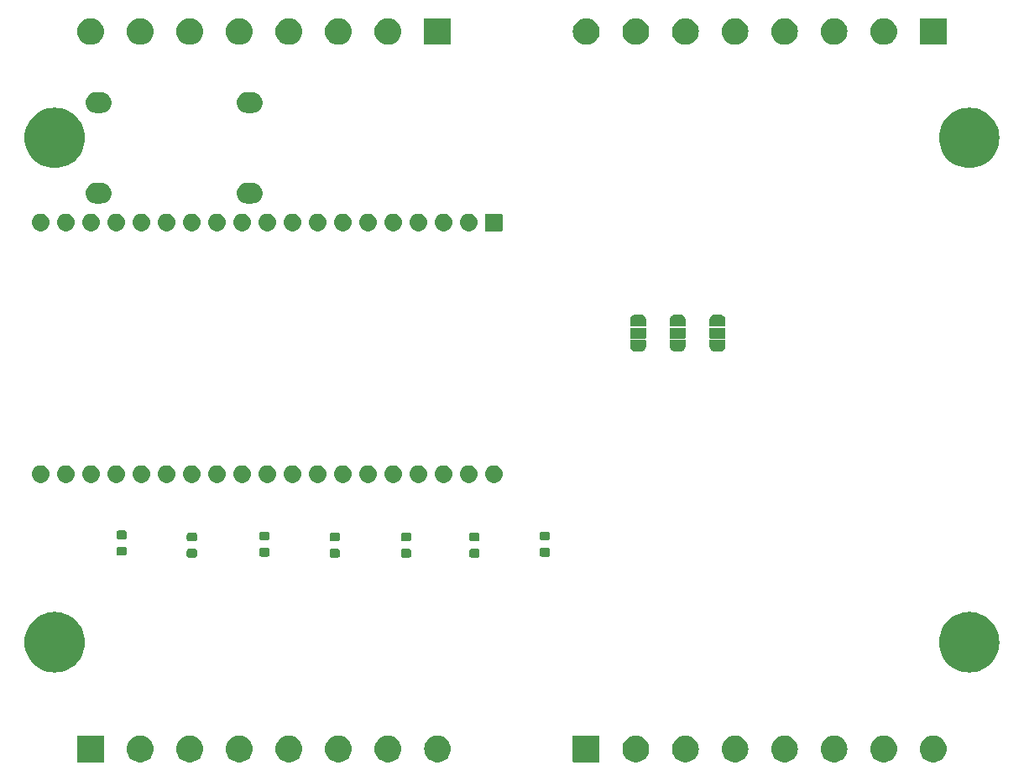
<source format=gbr>
%TF.GenerationSoftware,KiCad,Pcbnew,8.0.0*%
%TF.CreationDate,2024-05-11T13:18:48+02:00*%
%TF.ProjectId,led_stairs_controller,6c65645f-7374-4616-9972-735f636f6e74,V0.2*%
%TF.SameCoordinates,Original*%
%TF.FileFunction,Soldermask,Bot*%
%TF.FilePolarity,Negative*%
%FSLAX46Y46*%
G04 Gerber Fmt 4.6, Leading zero omitted, Abs format (unit mm)*
G04 Created by KiCad (PCBNEW 8.0.0) date 2024-05-11 13:18:48*
%MOMM*%
%LPD*%
G01*
G04 APERTURE LIST*
G04 APERTURE END LIST*
G36*
X109994517Y-132232882D02*
G01*
X110011062Y-132243938D01*
X110022118Y-132260483D01*
X110026000Y-132280000D01*
X110026000Y-134880000D01*
X110022118Y-134899517D01*
X110011062Y-134916062D01*
X109994517Y-134927118D01*
X109975000Y-134931000D01*
X107375000Y-134931000D01*
X107355483Y-134927118D01*
X107338938Y-134916062D01*
X107327882Y-134899517D01*
X107324000Y-134880000D01*
X107324000Y-132280000D01*
X107327882Y-132260483D01*
X107338938Y-132243938D01*
X107355483Y-132232882D01*
X107375000Y-132229000D01*
X109975000Y-132229000D01*
X109994517Y-132232882D01*
G37*
G36*
X159994517Y-132232882D02*
G01*
X160011062Y-132243938D01*
X160022118Y-132260483D01*
X160026000Y-132280000D01*
X160026000Y-134880000D01*
X160022118Y-134899517D01*
X160011062Y-134916062D01*
X159994517Y-134927118D01*
X159975000Y-134931000D01*
X157375000Y-134931000D01*
X157355483Y-134927118D01*
X157338938Y-134916062D01*
X157327882Y-134899517D01*
X157324000Y-134880000D01*
X157324000Y-132280000D01*
X157327882Y-132260483D01*
X157338938Y-132243938D01*
X157355483Y-132232882D01*
X157375000Y-132229000D01*
X159975000Y-132229000D01*
X159994517Y-132232882D01*
G37*
G36*
X114006651Y-132270340D02*
G01*
X114217691Y-132342790D01*
X114413927Y-132448988D01*
X114590007Y-132586037D01*
X114741129Y-132750199D01*
X114863169Y-132936995D01*
X114952799Y-133141331D01*
X115007574Y-133357633D01*
X115026000Y-133580000D01*
X115007574Y-133802367D01*
X114952799Y-134018669D01*
X114863169Y-134223005D01*
X114741129Y-134409801D01*
X114590007Y-134573963D01*
X114413927Y-134711012D01*
X114217691Y-134817210D01*
X114006651Y-134889660D01*
X113786565Y-134926386D01*
X113563435Y-134926386D01*
X113343349Y-134889660D01*
X113132309Y-134817210D01*
X112936073Y-134711012D01*
X112759993Y-134573963D01*
X112608871Y-134409801D01*
X112486831Y-134223005D01*
X112397201Y-134018669D01*
X112342426Y-133802367D01*
X112324000Y-133580000D01*
X112342426Y-133357633D01*
X112397201Y-133141331D01*
X112486831Y-132936995D01*
X112608871Y-132750199D01*
X112759993Y-132586037D01*
X112936073Y-132448988D01*
X113132309Y-132342790D01*
X113343349Y-132270340D01*
X113563435Y-132233614D01*
X113786565Y-132233614D01*
X114006651Y-132270340D01*
G37*
G36*
X119006651Y-132270340D02*
G01*
X119217691Y-132342790D01*
X119413927Y-132448988D01*
X119590007Y-132586037D01*
X119741129Y-132750199D01*
X119863169Y-132936995D01*
X119952799Y-133141331D01*
X120007574Y-133357633D01*
X120026000Y-133580000D01*
X120007574Y-133802367D01*
X119952799Y-134018669D01*
X119863169Y-134223005D01*
X119741129Y-134409801D01*
X119590007Y-134573963D01*
X119413927Y-134711012D01*
X119217691Y-134817210D01*
X119006651Y-134889660D01*
X118786565Y-134926386D01*
X118563435Y-134926386D01*
X118343349Y-134889660D01*
X118132309Y-134817210D01*
X117936073Y-134711012D01*
X117759993Y-134573963D01*
X117608871Y-134409801D01*
X117486831Y-134223005D01*
X117397201Y-134018669D01*
X117342426Y-133802367D01*
X117324000Y-133580000D01*
X117342426Y-133357633D01*
X117397201Y-133141331D01*
X117486831Y-132936995D01*
X117608871Y-132750199D01*
X117759993Y-132586037D01*
X117936073Y-132448988D01*
X118132309Y-132342790D01*
X118343349Y-132270340D01*
X118563435Y-132233614D01*
X118786565Y-132233614D01*
X119006651Y-132270340D01*
G37*
G36*
X124006651Y-132270340D02*
G01*
X124217691Y-132342790D01*
X124413927Y-132448988D01*
X124590007Y-132586037D01*
X124741129Y-132750199D01*
X124863169Y-132936995D01*
X124952799Y-133141331D01*
X125007574Y-133357633D01*
X125026000Y-133580000D01*
X125007574Y-133802367D01*
X124952799Y-134018669D01*
X124863169Y-134223005D01*
X124741129Y-134409801D01*
X124590007Y-134573963D01*
X124413927Y-134711012D01*
X124217691Y-134817210D01*
X124006651Y-134889660D01*
X123786565Y-134926386D01*
X123563435Y-134926386D01*
X123343349Y-134889660D01*
X123132309Y-134817210D01*
X122936073Y-134711012D01*
X122759993Y-134573963D01*
X122608871Y-134409801D01*
X122486831Y-134223005D01*
X122397201Y-134018669D01*
X122342426Y-133802367D01*
X122324000Y-133580000D01*
X122342426Y-133357633D01*
X122397201Y-133141331D01*
X122486831Y-132936995D01*
X122608871Y-132750199D01*
X122759993Y-132586037D01*
X122936073Y-132448988D01*
X123132309Y-132342790D01*
X123343349Y-132270340D01*
X123563435Y-132233614D01*
X123786565Y-132233614D01*
X124006651Y-132270340D01*
G37*
G36*
X129006651Y-132270340D02*
G01*
X129217691Y-132342790D01*
X129413927Y-132448988D01*
X129590007Y-132586037D01*
X129741129Y-132750199D01*
X129863169Y-132936995D01*
X129952799Y-133141331D01*
X130007574Y-133357633D01*
X130026000Y-133580000D01*
X130007574Y-133802367D01*
X129952799Y-134018669D01*
X129863169Y-134223005D01*
X129741129Y-134409801D01*
X129590007Y-134573963D01*
X129413927Y-134711012D01*
X129217691Y-134817210D01*
X129006651Y-134889660D01*
X128786565Y-134926386D01*
X128563435Y-134926386D01*
X128343349Y-134889660D01*
X128132309Y-134817210D01*
X127936073Y-134711012D01*
X127759993Y-134573963D01*
X127608871Y-134409801D01*
X127486831Y-134223005D01*
X127397201Y-134018669D01*
X127342426Y-133802367D01*
X127324000Y-133580000D01*
X127342426Y-133357633D01*
X127397201Y-133141331D01*
X127486831Y-132936995D01*
X127608871Y-132750199D01*
X127759993Y-132586037D01*
X127936073Y-132448988D01*
X128132309Y-132342790D01*
X128343349Y-132270340D01*
X128563435Y-132233614D01*
X128786565Y-132233614D01*
X129006651Y-132270340D01*
G37*
G36*
X134006651Y-132270340D02*
G01*
X134217691Y-132342790D01*
X134413927Y-132448988D01*
X134590007Y-132586037D01*
X134741129Y-132750199D01*
X134863169Y-132936995D01*
X134952799Y-133141331D01*
X135007574Y-133357633D01*
X135026000Y-133580000D01*
X135007574Y-133802367D01*
X134952799Y-134018669D01*
X134863169Y-134223005D01*
X134741129Y-134409801D01*
X134590007Y-134573963D01*
X134413927Y-134711012D01*
X134217691Y-134817210D01*
X134006651Y-134889660D01*
X133786565Y-134926386D01*
X133563435Y-134926386D01*
X133343349Y-134889660D01*
X133132309Y-134817210D01*
X132936073Y-134711012D01*
X132759993Y-134573963D01*
X132608871Y-134409801D01*
X132486831Y-134223005D01*
X132397201Y-134018669D01*
X132342426Y-133802367D01*
X132324000Y-133580000D01*
X132342426Y-133357633D01*
X132397201Y-133141331D01*
X132486831Y-132936995D01*
X132608871Y-132750199D01*
X132759993Y-132586037D01*
X132936073Y-132448988D01*
X133132309Y-132342790D01*
X133343349Y-132270340D01*
X133563435Y-132233614D01*
X133786565Y-132233614D01*
X134006651Y-132270340D01*
G37*
G36*
X139006651Y-132270340D02*
G01*
X139217691Y-132342790D01*
X139413927Y-132448988D01*
X139590007Y-132586037D01*
X139741129Y-132750199D01*
X139863169Y-132936995D01*
X139952799Y-133141331D01*
X140007574Y-133357633D01*
X140026000Y-133580000D01*
X140007574Y-133802367D01*
X139952799Y-134018669D01*
X139863169Y-134223005D01*
X139741129Y-134409801D01*
X139590007Y-134573963D01*
X139413927Y-134711012D01*
X139217691Y-134817210D01*
X139006651Y-134889660D01*
X138786565Y-134926386D01*
X138563435Y-134926386D01*
X138343349Y-134889660D01*
X138132309Y-134817210D01*
X137936073Y-134711012D01*
X137759993Y-134573963D01*
X137608871Y-134409801D01*
X137486831Y-134223005D01*
X137397201Y-134018669D01*
X137342426Y-133802367D01*
X137324000Y-133580000D01*
X137342426Y-133357633D01*
X137397201Y-133141331D01*
X137486831Y-132936995D01*
X137608871Y-132750199D01*
X137759993Y-132586037D01*
X137936073Y-132448988D01*
X138132309Y-132342790D01*
X138343349Y-132270340D01*
X138563435Y-132233614D01*
X138786565Y-132233614D01*
X139006651Y-132270340D01*
G37*
G36*
X144006651Y-132270340D02*
G01*
X144217691Y-132342790D01*
X144413927Y-132448988D01*
X144590007Y-132586037D01*
X144741129Y-132750199D01*
X144863169Y-132936995D01*
X144952799Y-133141331D01*
X145007574Y-133357633D01*
X145026000Y-133580000D01*
X145007574Y-133802367D01*
X144952799Y-134018669D01*
X144863169Y-134223005D01*
X144741129Y-134409801D01*
X144590007Y-134573963D01*
X144413927Y-134711012D01*
X144217691Y-134817210D01*
X144006651Y-134889660D01*
X143786565Y-134926386D01*
X143563435Y-134926386D01*
X143343349Y-134889660D01*
X143132309Y-134817210D01*
X142936073Y-134711012D01*
X142759993Y-134573963D01*
X142608871Y-134409801D01*
X142486831Y-134223005D01*
X142397201Y-134018669D01*
X142342426Y-133802367D01*
X142324000Y-133580000D01*
X142342426Y-133357633D01*
X142397201Y-133141331D01*
X142486831Y-132936995D01*
X142608871Y-132750199D01*
X142759993Y-132586037D01*
X142936073Y-132448988D01*
X143132309Y-132342790D01*
X143343349Y-132270340D01*
X143563435Y-132233614D01*
X143786565Y-132233614D01*
X144006651Y-132270340D01*
G37*
G36*
X164006651Y-132270340D02*
G01*
X164217691Y-132342790D01*
X164413927Y-132448988D01*
X164590007Y-132586037D01*
X164741129Y-132750199D01*
X164863169Y-132936995D01*
X164952799Y-133141331D01*
X165007574Y-133357633D01*
X165026000Y-133580000D01*
X165007574Y-133802367D01*
X164952799Y-134018669D01*
X164863169Y-134223005D01*
X164741129Y-134409801D01*
X164590007Y-134573963D01*
X164413927Y-134711012D01*
X164217691Y-134817210D01*
X164006651Y-134889660D01*
X163786565Y-134926386D01*
X163563435Y-134926386D01*
X163343349Y-134889660D01*
X163132309Y-134817210D01*
X162936073Y-134711012D01*
X162759993Y-134573963D01*
X162608871Y-134409801D01*
X162486831Y-134223005D01*
X162397201Y-134018669D01*
X162342426Y-133802367D01*
X162324000Y-133580000D01*
X162342426Y-133357633D01*
X162397201Y-133141331D01*
X162486831Y-132936995D01*
X162608871Y-132750199D01*
X162759993Y-132586037D01*
X162936073Y-132448988D01*
X163132309Y-132342790D01*
X163343349Y-132270340D01*
X163563435Y-132233614D01*
X163786565Y-132233614D01*
X164006651Y-132270340D01*
G37*
G36*
X169006651Y-132270340D02*
G01*
X169217691Y-132342790D01*
X169413927Y-132448988D01*
X169590007Y-132586037D01*
X169741129Y-132750199D01*
X169863169Y-132936995D01*
X169952799Y-133141331D01*
X170007574Y-133357633D01*
X170026000Y-133580000D01*
X170007574Y-133802367D01*
X169952799Y-134018669D01*
X169863169Y-134223005D01*
X169741129Y-134409801D01*
X169590007Y-134573963D01*
X169413927Y-134711012D01*
X169217691Y-134817210D01*
X169006651Y-134889660D01*
X168786565Y-134926386D01*
X168563435Y-134926386D01*
X168343349Y-134889660D01*
X168132309Y-134817210D01*
X167936073Y-134711012D01*
X167759993Y-134573963D01*
X167608871Y-134409801D01*
X167486831Y-134223005D01*
X167397201Y-134018669D01*
X167342426Y-133802367D01*
X167324000Y-133580000D01*
X167342426Y-133357633D01*
X167397201Y-133141331D01*
X167486831Y-132936995D01*
X167608871Y-132750199D01*
X167759993Y-132586037D01*
X167936073Y-132448988D01*
X168132309Y-132342790D01*
X168343349Y-132270340D01*
X168563435Y-132233614D01*
X168786565Y-132233614D01*
X169006651Y-132270340D01*
G37*
G36*
X174006651Y-132270340D02*
G01*
X174217691Y-132342790D01*
X174413927Y-132448988D01*
X174590007Y-132586037D01*
X174741129Y-132750199D01*
X174863169Y-132936995D01*
X174952799Y-133141331D01*
X175007574Y-133357633D01*
X175026000Y-133580000D01*
X175007574Y-133802367D01*
X174952799Y-134018669D01*
X174863169Y-134223005D01*
X174741129Y-134409801D01*
X174590007Y-134573963D01*
X174413927Y-134711012D01*
X174217691Y-134817210D01*
X174006651Y-134889660D01*
X173786565Y-134926386D01*
X173563435Y-134926386D01*
X173343349Y-134889660D01*
X173132309Y-134817210D01*
X172936073Y-134711012D01*
X172759993Y-134573963D01*
X172608871Y-134409801D01*
X172486831Y-134223005D01*
X172397201Y-134018669D01*
X172342426Y-133802367D01*
X172324000Y-133580000D01*
X172342426Y-133357633D01*
X172397201Y-133141331D01*
X172486831Y-132936995D01*
X172608871Y-132750199D01*
X172759993Y-132586037D01*
X172936073Y-132448988D01*
X173132309Y-132342790D01*
X173343349Y-132270340D01*
X173563435Y-132233614D01*
X173786565Y-132233614D01*
X174006651Y-132270340D01*
G37*
G36*
X179006651Y-132270340D02*
G01*
X179217691Y-132342790D01*
X179413927Y-132448988D01*
X179590007Y-132586037D01*
X179741129Y-132750199D01*
X179863169Y-132936995D01*
X179952799Y-133141331D01*
X180007574Y-133357633D01*
X180026000Y-133580000D01*
X180007574Y-133802367D01*
X179952799Y-134018669D01*
X179863169Y-134223005D01*
X179741129Y-134409801D01*
X179590007Y-134573963D01*
X179413927Y-134711012D01*
X179217691Y-134817210D01*
X179006651Y-134889660D01*
X178786565Y-134926386D01*
X178563435Y-134926386D01*
X178343349Y-134889660D01*
X178132309Y-134817210D01*
X177936073Y-134711012D01*
X177759993Y-134573963D01*
X177608871Y-134409801D01*
X177486831Y-134223005D01*
X177397201Y-134018669D01*
X177342426Y-133802367D01*
X177324000Y-133580000D01*
X177342426Y-133357633D01*
X177397201Y-133141331D01*
X177486831Y-132936995D01*
X177608871Y-132750199D01*
X177759993Y-132586037D01*
X177936073Y-132448988D01*
X178132309Y-132342790D01*
X178343349Y-132270340D01*
X178563435Y-132233614D01*
X178786565Y-132233614D01*
X179006651Y-132270340D01*
G37*
G36*
X184006651Y-132270340D02*
G01*
X184217691Y-132342790D01*
X184413927Y-132448988D01*
X184590007Y-132586037D01*
X184741129Y-132750199D01*
X184863169Y-132936995D01*
X184952799Y-133141331D01*
X185007574Y-133357633D01*
X185026000Y-133580000D01*
X185007574Y-133802367D01*
X184952799Y-134018669D01*
X184863169Y-134223005D01*
X184741129Y-134409801D01*
X184590007Y-134573963D01*
X184413927Y-134711012D01*
X184217691Y-134817210D01*
X184006651Y-134889660D01*
X183786565Y-134926386D01*
X183563435Y-134926386D01*
X183343349Y-134889660D01*
X183132309Y-134817210D01*
X182936073Y-134711012D01*
X182759993Y-134573963D01*
X182608871Y-134409801D01*
X182486831Y-134223005D01*
X182397201Y-134018669D01*
X182342426Y-133802367D01*
X182324000Y-133580000D01*
X182342426Y-133357633D01*
X182397201Y-133141331D01*
X182486831Y-132936995D01*
X182608871Y-132750199D01*
X182759993Y-132586037D01*
X182936073Y-132448988D01*
X183132309Y-132342790D01*
X183343349Y-132270340D01*
X183563435Y-132233614D01*
X183786565Y-132233614D01*
X184006651Y-132270340D01*
G37*
G36*
X189006651Y-132270340D02*
G01*
X189217691Y-132342790D01*
X189413927Y-132448988D01*
X189590007Y-132586037D01*
X189741129Y-132750199D01*
X189863169Y-132936995D01*
X189952799Y-133141331D01*
X190007574Y-133357633D01*
X190026000Y-133580000D01*
X190007574Y-133802367D01*
X189952799Y-134018669D01*
X189863169Y-134223005D01*
X189741129Y-134409801D01*
X189590007Y-134573963D01*
X189413927Y-134711012D01*
X189217691Y-134817210D01*
X189006651Y-134889660D01*
X188786565Y-134926386D01*
X188563435Y-134926386D01*
X188343349Y-134889660D01*
X188132309Y-134817210D01*
X187936073Y-134711012D01*
X187759993Y-134573963D01*
X187608871Y-134409801D01*
X187486831Y-134223005D01*
X187397201Y-134018669D01*
X187342426Y-133802367D01*
X187324000Y-133580000D01*
X187342426Y-133357633D01*
X187397201Y-133141331D01*
X187486831Y-132936995D01*
X187608871Y-132750199D01*
X187759993Y-132586037D01*
X187936073Y-132448988D01*
X188132309Y-132342790D01*
X188343349Y-132270340D01*
X188563435Y-132233614D01*
X188786565Y-132233614D01*
X189006651Y-132270340D01*
G37*
G36*
X194006651Y-132270340D02*
G01*
X194217691Y-132342790D01*
X194413927Y-132448988D01*
X194590007Y-132586037D01*
X194741129Y-132750199D01*
X194863169Y-132936995D01*
X194952799Y-133141331D01*
X195007574Y-133357633D01*
X195026000Y-133580000D01*
X195007574Y-133802367D01*
X194952799Y-134018669D01*
X194863169Y-134223005D01*
X194741129Y-134409801D01*
X194590007Y-134573963D01*
X194413927Y-134711012D01*
X194217691Y-134817210D01*
X194006651Y-134889660D01*
X193786565Y-134926386D01*
X193563435Y-134926386D01*
X193343349Y-134889660D01*
X193132309Y-134817210D01*
X192936073Y-134711012D01*
X192759993Y-134573963D01*
X192608871Y-134409801D01*
X192486831Y-134223005D01*
X192397201Y-134018669D01*
X192342426Y-133802367D01*
X192324000Y-133580000D01*
X192342426Y-133357633D01*
X192397201Y-133141331D01*
X192486831Y-132936995D01*
X192608871Y-132750199D01*
X192759993Y-132586037D01*
X192936073Y-132448988D01*
X193132309Y-132342790D01*
X193343349Y-132270340D01*
X193563435Y-132233614D01*
X193786565Y-132233614D01*
X194006651Y-132270340D01*
G37*
G36*
X105391604Y-119768184D02*
G01*
X105728911Y-119825495D01*
X106057681Y-119920212D01*
X106373779Y-120051144D01*
X106673230Y-120216644D01*
X106952267Y-120414632D01*
X107207383Y-120642617D01*
X107435368Y-120897733D01*
X107633356Y-121176770D01*
X107798856Y-121476221D01*
X107929788Y-121792319D01*
X108024505Y-122121089D01*
X108081816Y-122458396D01*
X108101000Y-122800000D01*
X108081816Y-123141604D01*
X108024505Y-123478911D01*
X107929788Y-123807681D01*
X107798856Y-124123779D01*
X107633356Y-124423230D01*
X107435368Y-124702267D01*
X107207383Y-124957383D01*
X106952267Y-125185368D01*
X106673230Y-125383356D01*
X106373779Y-125548856D01*
X106057681Y-125679788D01*
X105728911Y-125774505D01*
X105391604Y-125831816D01*
X105050000Y-125851000D01*
X104708396Y-125831816D01*
X104371089Y-125774505D01*
X104042319Y-125679788D01*
X103726221Y-125548856D01*
X103426770Y-125383356D01*
X103147733Y-125185368D01*
X102892617Y-124957383D01*
X102664632Y-124702267D01*
X102466644Y-124423230D01*
X102301144Y-124123779D01*
X102170212Y-123807681D01*
X102075495Y-123478911D01*
X102018184Y-123141604D01*
X101999000Y-122800000D01*
X102018184Y-122458396D01*
X102075495Y-122121089D01*
X102170212Y-121792319D01*
X102301144Y-121476221D01*
X102466644Y-121176770D01*
X102664632Y-120897733D01*
X102892617Y-120642617D01*
X103147733Y-120414632D01*
X103426770Y-120216644D01*
X103726221Y-120051144D01*
X104042319Y-119920212D01*
X104371089Y-119825495D01*
X104708396Y-119768184D01*
X105050000Y-119749000D01*
X105391604Y-119768184D01*
G37*
G36*
X197641604Y-119768184D02*
G01*
X197978911Y-119825495D01*
X198307681Y-119920212D01*
X198623779Y-120051144D01*
X198923230Y-120216644D01*
X199202267Y-120414632D01*
X199457383Y-120642617D01*
X199685368Y-120897733D01*
X199883356Y-121176770D01*
X200048856Y-121476221D01*
X200179788Y-121792319D01*
X200274505Y-122121089D01*
X200331816Y-122458396D01*
X200351000Y-122800000D01*
X200331816Y-123141604D01*
X200274505Y-123478911D01*
X200179788Y-123807681D01*
X200048856Y-124123779D01*
X199883356Y-124423230D01*
X199685368Y-124702267D01*
X199457383Y-124957383D01*
X199202267Y-125185368D01*
X198923230Y-125383356D01*
X198623779Y-125548856D01*
X198307681Y-125679788D01*
X197978911Y-125774505D01*
X197641604Y-125831816D01*
X197300000Y-125851000D01*
X196958396Y-125831816D01*
X196621089Y-125774505D01*
X196292319Y-125679788D01*
X195976221Y-125548856D01*
X195676770Y-125383356D01*
X195397733Y-125185368D01*
X195142617Y-124957383D01*
X194914632Y-124702267D01*
X194716644Y-124423230D01*
X194551144Y-124123779D01*
X194420212Y-123807681D01*
X194325495Y-123478911D01*
X194268184Y-123141604D01*
X194249000Y-122800000D01*
X194268184Y-122458396D01*
X194325495Y-122121089D01*
X194420212Y-121792319D01*
X194551144Y-121476221D01*
X194716644Y-121176770D01*
X194914632Y-120897733D01*
X195142617Y-120642617D01*
X195397733Y-120414632D01*
X195676770Y-120216644D01*
X195976221Y-120051144D01*
X196292319Y-119920212D01*
X196621089Y-119825495D01*
X196958396Y-119768184D01*
X197300000Y-119749000D01*
X197641604Y-119768184D01*
G37*
G36*
X119179047Y-113374805D02*
G01*
X119230637Y-113380790D01*
X119248262Y-113388572D01*
X119271054Y-113393106D01*
X119295455Y-113409410D01*
X119316358Y-113418640D01*
X119330634Y-113432916D01*
X119352484Y-113447516D01*
X119367083Y-113469365D01*
X119381359Y-113483641D01*
X119390588Y-113504542D01*
X119406894Y-113528946D01*
X119411427Y-113551739D01*
X119419209Y-113569362D01*
X119425192Y-113620942D01*
X119426000Y-113625000D01*
X119426000Y-114025000D01*
X119425192Y-114029059D01*
X119419209Y-114080637D01*
X119411428Y-114098258D01*
X119406894Y-114121054D01*
X119390586Y-114145459D01*
X119381359Y-114166358D01*
X119367085Y-114180631D01*
X119352484Y-114202484D01*
X119330631Y-114217085D01*
X119316358Y-114231359D01*
X119295459Y-114240586D01*
X119271054Y-114256894D01*
X119248258Y-114261428D01*
X119230637Y-114269209D01*
X119179059Y-114275192D01*
X119175000Y-114276000D01*
X118625000Y-114276000D01*
X118620942Y-114275192D01*
X118569362Y-114269209D01*
X118551739Y-114261427D01*
X118528946Y-114256894D01*
X118504542Y-114240588D01*
X118483641Y-114231359D01*
X118469365Y-114217083D01*
X118447516Y-114202484D01*
X118432916Y-114180634D01*
X118418640Y-114166358D01*
X118409410Y-114145455D01*
X118393106Y-114121054D01*
X118388572Y-114098262D01*
X118380790Y-114080637D01*
X118374805Y-114029047D01*
X118374000Y-114025000D01*
X118374000Y-113625000D01*
X118374804Y-113620954D01*
X118380790Y-113569362D01*
X118388572Y-113551735D01*
X118393106Y-113528946D01*
X118409409Y-113504546D01*
X118418640Y-113483641D01*
X118432918Y-113469362D01*
X118447516Y-113447516D01*
X118469362Y-113432918D01*
X118483641Y-113418640D01*
X118504546Y-113409409D01*
X118528946Y-113393106D01*
X118551735Y-113388572D01*
X118569362Y-113380790D01*
X118620954Y-113374804D01*
X118625000Y-113374000D01*
X119175000Y-113374000D01*
X119179047Y-113374805D01*
G37*
G36*
X133579047Y-113374805D02*
G01*
X133630637Y-113380790D01*
X133648262Y-113388572D01*
X133671054Y-113393106D01*
X133695455Y-113409410D01*
X133716358Y-113418640D01*
X133730634Y-113432916D01*
X133752484Y-113447516D01*
X133767083Y-113469365D01*
X133781359Y-113483641D01*
X133790588Y-113504542D01*
X133806894Y-113528946D01*
X133811427Y-113551739D01*
X133819209Y-113569362D01*
X133825192Y-113620942D01*
X133826000Y-113625000D01*
X133826000Y-114025000D01*
X133825192Y-114029059D01*
X133819209Y-114080637D01*
X133811428Y-114098258D01*
X133806894Y-114121054D01*
X133790586Y-114145459D01*
X133781359Y-114166358D01*
X133767085Y-114180631D01*
X133752484Y-114202484D01*
X133730631Y-114217085D01*
X133716358Y-114231359D01*
X133695459Y-114240586D01*
X133671054Y-114256894D01*
X133648258Y-114261428D01*
X133630637Y-114269209D01*
X133579059Y-114275192D01*
X133575000Y-114276000D01*
X133025000Y-114276000D01*
X133020942Y-114275192D01*
X132969362Y-114269209D01*
X132951739Y-114261427D01*
X132928946Y-114256894D01*
X132904542Y-114240588D01*
X132883641Y-114231359D01*
X132869365Y-114217083D01*
X132847516Y-114202484D01*
X132832916Y-114180634D01*
X132818640Y-114166358D01*
X132809410Y-114145455D01*
X132793106Y-114121054D01*
X132788572Y-114098262D01*
X132780790Y-114080637D01*
X132774805Y-114029047D01*
X132774000Y-114025000D01*
X132774000Y-113625000D01*
X132774804Y-113620954D01*
X132780790Y-113569362D01*
X132788572Y-113551735D01*
X132793106Y-113528946D01*
X132809409Y-113504546D01*
X132818640Y-113483641D01*
X132832918Y-113469362D01*
X132847516Y-113447516D01*
X132869362Y-113432918D01*
X132883641Y-113418640D01*
X132904546Y-113409409D01*
X132928946Y-113393106D01*
X132951735Y-113388572D01*
X132969362Y-113380790D01*
X133020954Y-113374804D01*
X133025000Y-113374000D01*
X133575000Y-113374000D01*
X133579047Y-113374805D01*
G37*
G36*
X140779047Y-113374805D02*
G01*
X140830637Y-113380790D01*
X140848262Y-113388572D01*
X140871054Y-113393106D01*
X140895455Y-113409410D01*
X140916358Y-113418640D01*
X140930634Y-113432916D01*
X140952484Y-113447516D01*
X140967083Y-113469365D01*
X140981359Y-113483641D01*
X140990588Y-113504542D01*
X141006894Y-113528946D01*
X141011427Y-113551739D01*
X141019209Y-113569362D01*
X141025192Y-113620942D01*
X141026000Y-113625000D01*
X141026000Y-114025000D01*
X141025192Y-114029059D01*
X141019209Y-114080637D01*
X141011428Y-114098258D01*
X141006894Y-114121054D01*
X140990586Y-114145459D01*
X140981359Y-114166358D01*
X140967085Y-114180631D01*
X140952484Y-114202484D01*
X140930631Y-114217085D01*
X140916358Y-114231359D01*
X140895459Y-114240586D01*
X140871054Y-114256894D01*
X140848258Y-114261428D01*
X140830637Y-114269209D01*
X140779059Y-114275192D01*
X140775000Y-114276000D01*
X140225000Y-114276000D01*
X140220942Y-114275192D01*
X140169362Y-114269209D01*
X140151739Y-114261427D01*
X140128946Y-114256894D01*
X140104542Y-114240588D01*
X140083641Y-114231359D01*
X140069365Y-114217083D01*
X140047516Y-114202484D01*
X140032916Y-114180634D01*
X140018640Y-114166358D01*
X140009410Y-114145455D01*
X139993106Y-114121054D01*
X139988572Y-114098262D01*
X139980790Y-114080637D01*
X139974805Y-114029047D01*
X139974000Y-114025000D01*
X139974000Y-113625000D01*
X139974804Y-113620954D01*
X139980790Y-113569362D01*
X139988572Y-113551735D01*
X139993106Y-113528946D01*
X140009409Y-113504546D01*
X140018640Y-113483641D01*
X140032918Y-113469362D01*
X140047516Y-113447516D01*
X140069362Y-113432918D01*
X140083641Y-113418640D01*
X140104546Y-113409409D01*
X140128946Y-113393106D01*
X140151735Y-113388572D01*
X140169362Y-113380790D01*
X140220954Y-113374804D01*
X140225000Y-113374000D01*
X140775000Y-113374000D01*
X140779047Y-113374805D01*
G37*
G36*
X147679047Y-113374805D02*
G01*
X147730637Y-113380790D01*
X147748262Y-113388572D01*
X147771054Y-113393106D01*
X147795455Y-113409410D01*
X147816358Y-113418640D01*
X147830634Y-113432916D01*
X147852484Y-113447516D01*
X147867083Y-113469365D01*
X147881359Y-113483641D01*
X147890588Y-113504542D01*
X147906894Y-113528946D01*
X147911427Y-113551739D01*
X147919209Y-113569362D01*
X147925192Y-113620942D01*
X147926000Y-113625000D01*
X147926000Y-114025000D01*
X147925192Y-114029059D01*
X147919209Y-114080637D01*
X147911428Y-114098258D01*
X147906894Y-114121054D01*
X147890586Y-114145459D01*
X147881359Y-114166358D01*
X147867085Y-114180631D01*
X147852484Y-114202484D01*
X147830631Y-114217085D01*
X147816358Y-114231359D01*
X147795459Y-114240586D01*
X147771054Y-114256894D01*
X147748258Y-114261428D01*
X147730637Y-114269209D01*
X147679059Y-114275192D01*
X147675000Y-114276000D01*
X147125000Y-114276000D01*
X147120942Y-114275192D01*
X147069362Y-114269209D01*
X147051739Y-114261427D01*
X147028946Y-114256894D01*
X147004542Y-114240588D01*
X146983641Y-114231359D01*
X146969365Y-114217083D01*
X146947516Y-114202484D01*
X146932916Y-114180634D01*
X146918640Y-114166358D01*
X146909410Y-114145455D01*
X146893106Y-114121054D01*
X146888572Y-114098262D01*
X146880790Y-114080637D01*
X146874805Y-114029047D01*
X146874000Y-114025000D01*
X146874000Y-113625000D01*
X146874804Y-113620954D01*
X146880790Y-113569362D01*
X146888572Y-113551735D01*
X146893106Y-113528946D01*
X146909409Y-113504546D01*
X146918640Y-113483641D01*
X146932918Y-113469362D01*
X146947516Y-113447516D01*
X146969362Y-113432918D01*
X146983641Y-113418640D01*
X147004546Y-113409409D01*
X147028946Y-113393106D01*
X147051735Y-113388572D01*
X147069362Y-113380790D01*
X147120954Y-113374804D01*
X147125000Y-113374000D01*
X147675000Y-113374000D01*
X147679047Y-113374805D01*
G37*
G36*
X126479047Y-113274805D02*
G01*
X126530637Y-113280790D01*
X126548262Y-113288572D01*
X126571054Y-113293106D01*
X126595455Y-113309410D01*
X126616358Y-113318640D01*
X126630634Y-113332916D01*
X126652484Y-113347516D01*
X126667083Y-113369365D01*
X126681359Y-113383641D01*
X126690588Y-113404542D01*
X126706894Y-113428946D01*
X126711427Y-113451739D01*
X126719209Y-113469362D01*
X126725192Y-113520942D01*
X126726000Y-113525000D01*
X126726000Y-113925000D01*
X126725192Y-113929059D01*
X126719209Y-113980637D01*
X126711428Y-113998258D01*
X126706894Y-114021054D01*
X126690586Y-114045459D01*
X126681359Y-114066358D01*
X126667085Y-114080631D01*
X126652484Y-114102484D01*
X126630631Y-114117085D01*
X126616358Y-114131359D01*
X126595459Y-114140586D01*
X126571054Y-114156894D01*
X126548258Y-114161428D01*
X126530637Y-114169209D01*
X126479059Y-114175192D01*
X126475000Y-114176000D01*
X125925000Y-114176000D01*
X125920942Y-114175192D01*
X125869362Y-114169209D01*
X125851739Y-114161427D01*
X125828946Y-114156894D01*
X125804542Y-114140588D01*
X125783641Y-114131359D01*
X125769365Y-114117083D01*
X125747516Y-114102484D01*
X125732916Y-114080634D01*
X125718640Y-114066358D01*
X125709410Y-114045455D01*
X125693106Y-114021054D01*
X125688572Y-113998262D01*
X125680790Y-113980637D01*
X125674805Y-113929047D01*
X125674000Y-113925000D01*
X125674000Y-113525000D01*
X125674804Y-113520954D01*
X125680790Y-113469362D01*
X125688572Y-113451735D01*
X125693106Y-113428946D01*
X125709409Y-113404546D01*
X125718640Y-113383641D01*
X125732918Y-113369362D01*
X125747516Y-113347516D01*
X125769362Y-113332918D01*
X125783641Y-113318640D01*
X125804546Y-113309409D01*
X125828946Y-113293106D01*
X125851735Y-113288572D01*
X125869362Y-113280790D01*
X125920954Y-113274804D01*
X125925000Y-113274000D01*
X126475000Y-113274000D01*
X126479047Y-113274805D01*
G37*
G36*
X154779047Y-113274805D02*
G01*
X154830637Y-113280790D01*
X154848262Y-113288572D01*
X154871054Y-113293106D01*
X154895455Y-113309410D01*
X154916358Y-113318640D01*
X154930634Y-113332916D01*
X154952484Y-113347516D01*
X154967083Y-113369365D01*
X154981359Y-113383641D01*
X154990588Y-113404542D01*
X155006894Y-113428946D01*
X155011427Y-113451739D01*
X155019209Y-113469362D01*
X155025192Y-113520942D01*
X155026000Y-113525000D01*
X155026000Y-113925000D01*
X155025192Y-113929059D01*
X155019209Y-113980637D01*
X155011428Y-113998258D01*
X155006894Y-114021054D01*
X154990586Y-114045459D01*
X154981359Y-114066358D01*
X154967085Y-114080631D01*
X154952484Y-114102484D01*
X154930631Y-114117085D01*
X154916358Y-114131359D01*
X154895459Y-114140586D01*
X154871054Y-114156894D01*
X154848258Y-114161428D01*
X154830637Y-114169209D01*
X154779059Y-114175192D01*
X154775000Y-114176000D01*
X154225000Y-114176000D01*
X154220942Y-114175192D01*
X154169362Y-114169209D01*
X154151739Y-114161427D01*
X154128946Y-114156894D01*
X154104542Y-114140588D01*
X154083641Y-114131359D01*
X154069365Y-114117083D01*
X154047516Y-114102484D01*
X154032916Y-114080634D01*
X154018640Y-114066358D01*
X154009410Y-114045455D01*
X153993106Y-114021054D01*
X153988572Y-113998262D01*
X153980790Y-113980637D01*
X153974805Y-113929047D01*
X153974000Y-113925000D01*
X153974000Y-113525000D01*
X153974804Y-113520954D01*
X153980790Y-113469362D01*
X153988572Y-113451735D01*
X153993106Y-113428946D01*
X154009409Y-113404546D01*
X154018640Y-113383641D01*
X154032918Y-113369362D01*
X154047516Y-113347516D01*
X154069362Y-113332918D01*
X154083641Y-113318640D01*
X154104546Y-113309409D01*
X154128946Y-113293106D01*
X154151735Y-113288572D01*
X154169362Y-113280790D01*
X154220954Y-113274804D01*
X154225000Y-113274000D01*
X154775000Y-113274000D01*
X154779047Y-113274805D01*
G37*
G36*
X112079047Y-113174805D02*
G01*
X112130637Y-113180790D01*
X112148262Y-113188572D01*
X112171054Y-113193106D01*
X112195455Y-113209410D01*
X112216358Y-113218640D01*
X112230634Y-113232916D01*
X112252484Y-113247516D01*
X112267083Y-113269365D01*
X112281359Y-113283641D01*
X112290588Y-113304542D01*
X112306894Y-113328946D01*
X112311427Y-113351739D01*
X112319209Y-113369362D01*
X112325192Y-113420942D01*
X112326000Y-113425000D01*
X112326000Y-113825000D01*
X112325192Y-113829059D01*
X112319209Y-113880637D01*
X112311428Y-113898258D01*
X112306894Y-113921054D01*
X112290586Y-113945459D01*
X112281359Y-113966358D01*
X112267085Y-113980631D01*
X112252484Y-114002484D01*
X112230631Y-114017085D01*
X112216358Y-114031359D01*
X112195459Y-114040586D01*
X112171054Y-114056894D01*
X112148258Y-114061428D01*
X112130637Y-114069209D01*
X112079059Y-114075192D01*
X112075000Y-114076000D01*
X111525000Y-114076000D01*
X111520942Y-114075192D01*
X111469362Y-114069209D01*
X111451739Y-114061427D01*
X111428946Y-114056894D01*
X111404542Y-114040588D01*
X111383641Y-114031359D01*
X111369365Y-114017083D01*
X111347516Y-114002484D01*
X111332916Y-113980634D01*
X111318640Y-113966358D01*
X111309410Y-113945455D01*
X111293106Y-113921054D01*
X111288572Y-113898262D01*
X111280790Y-113880637D01*
X111274805Y-113829047D01*
X111274000Y-113825000D01*
X111274000Y-113425000D01*
X111274804Y-113420954D01*
X111280790Y-113369362D01*
X111288572Y-113351735D01*
X111293106Y-113328946D01*
X111309409Y-113304546D01*
X111318640Y-113283641D01*
X111332918Y-113269362D01*
X111347516Y-113247516D01*
X111369362Y-113232918D01*
X111383641Y-113218640D01*
X111404546Y-113209409D01*
X111428946Y-113193106D01*
X111451735Y-113188572D01*
X111469362Y-113180790D01*
X111520954Y-113174804D01*
X111525000Y-113174000D01*
X112075000Y-113174000D01*
X112079047Y-113174805D01*
G37*
G36*
X119179047Y-111724805D02*
G01*
X119230637Y-111730790D01*
X119248262Y-111738572D01*
X119271054Y-111743106D01*
X119295455Y-111759410D01*
X119316358Y-111768640D01*
X119330634Y-111782916D01*
X119352484Y-111797516D01*
X119367083Y-111819365D01*
X119381359Y-111833641D01*
X119390588Y-111854542D01*
X119406894Y-111878946D01*
X119411427Y-111901739D01*
X119419209Y-111919362D01*
X119425192Y-111970942D01*
X119426000Y-111975000D01*
X119426000Y-112375000D01*
X119425192Y-112379059D01*
X119419209Y-112430637D01*
X119411428Y-112448258D01*
X119406894Y-112471054D01*
X119390586Y-112495459D01*
X119381359Y-112516358D01*
X119367085Y-112530631D01*
X119352484Y-112552484D01*
X119330631Y-112567085D01*
X119316358Y-112581359D01*
X119295459Y-112590586D01*
X119271054Y-112606894D01*
X119248258Y-112611428D01*
X119230637Y-112619209D01*
X119179059Y-112625192D01*
X119175000Y-112626000D01*
X118625000Y-112626000D01*
X118620942Y-112625192D01*
X118569362Y-112619209D01*
X118551739Y-112611427D01*
X118528946Y-112606894D01*
X118504542Y-112590588D01*
X118483641Y-112581359D01*
X118469365Y-112567083D01*
X118447516Y-112552484D01*
X118432916Y-112530634D01*
X118418640Y-112516358D01*
X118409410Y-112495455D01*
X118393106Y-112471054D01*
X118388572Y-112448262D01*
X118380790Y-112430637D01*
X118374805Y-112379047D01*
X118374000Y-112375000D01*
X118374000Y-111975000D01*
X118374804Y-111970954D01*
X118380790Y-111919362D01*
X118388572Y-111901735D01*
X118393106Y-111878946D01*
X118409409Y-111854546D01*
X118418640Y-111833641D01*
X118432918Y-111819362D01*
X118447516Y-111797516D01*
X118469362Y-111782918D01*
X118483641Y-111768640D01*
X118504546Y-111759409D01*
X118528946Y-111743106D01*
X118551735Y-111738572D01*
X118569362Y-111730790D01*
X118620954Y-111724804D01*
X118625000Y-111724000D01*
X119175000Y-111724000D01*
X119179047Y-111724805D01*
G37*
G36*
X133579047Y-111724805D02*
G01*
X133630637Y-111730790D01*
X133648262Y-111738572D01*
X133671054Y-111743106D01*
X133695455Y-111759410D01*
X133716358Y-111768640D01*
X133730634Y-111782916D01*
X133752484Y-111797516D01*
X133767083Y-111819365D01*
X133781359Y-111833641D01*
X133790588Y-111854542D01*
X133806894Y-111878946D01*
X133811427Y-111901739D01*
X133819209Y-111919362D01*
X133825192Y-111970942D01*
X133826000Y-111975000D01*
X133826000Y-112375000D01*
X133825192Y-112379059D01*
X133819209Y-112430637D01*
X133811428Y-112448258D01*
X133806894Y-112471054D01*
X133790586Y-112495459D01*
X133781359Y-112516358D01*
X133767085Y-112530631D01*
X133752484Y-112552484D01*
X133730631Y-112567085D01*
X133716358Y-112581359D01*
X133695459Y-112590586D01*
X133671054Y-112606894D01*
X133648258Y-112611428D01*
X133630637Y-112619209D01*
X133579059Y-112625192D01*
X133575000Y-112626000D01*
X133025000Y-112626000D01*
X133020942Y-112625192D01*
X132969362Y-112619209D01*
X132951739Y-112611427D01*
X132928946Y-112606894D01*
X132904542Y-112590588D01*
X132883641Y-112581359D01*
X132869365Y-112567083D01*
X132847516Y-112552484D01*
X132832916Y-112530634D01*
X132818640Y-112516358D01*
X132809410Y-112495455D01*
X132793106Y-112471054D01*
X132788572Y-112448262D01*
X132780790Y-112430637D01*
X132774805Y-112379047D01*
X132774000Y-112375000D01*
X132774000Y-111975000D01*
X132774804Y-111970954D01*
X132780790Y-111919362D01*
X132788572Y-111901735D01*
X132793106Y-111878946D01*
X132809409Y-111854546D01*
X132818640Y-111833641D01*
X132832918Y-111819362D01*
X132847516Y-111797516D01*
X132869362Y-111782918D01*
X132883641Y-111768640D01*
X132904546Y-111759409D01*
X132928946Y-111743106D01*
X132951735Y-111738572D01*
X132969362Y-111730790D01*
X133020954Y-111724804D01*
X133025000Y-111724000D01*
X133575000Y-111724000D01*
X133579047Y-111724805D01*
G37*
G36*
X140779047Y-111724805D02*
G01*
X140830637Y-111730790D01*
X140848262Y-111738572D01*
X140871054Y-111743106D01*
X140895455Y-111759410D01*
X140916358Y-111768640D01*
X140930634Y-111782916D01*
X140952484Y-111797516D01*
X140967083Y-111819365D01*
X140981359Y-111833641D01*
X140990588Y-111854542D01*
X141006894Y-111878946D01*
X141011427Y-111901739D01*
X141019209Y-111919362D01*
X141025192Y-111970942D01*
X141026000Y-111975000D01*
X141026000Y-112375000D01*
X141025192Y-112379059D01*
X141019209Y-112430637D01*
X141011428Y-112448258D01*
X141006894Y-112471054D01*
X140990586Y-112495459D01*
X140981359Y-112516358D01*
X140967085Y-112530631D01*
X140952484Y-112552484D01*
X140930631Y-112567085D01*
X140916358Y-112581359D01*
X140895459Y-112590586D01*
X140871054Y-112606894D01*
X140848258Y-112611428D01*
X140830637Y-112619209D01*
X140779059Y-112625192D01*
X140775000Y-112626000D01*
X140225000Y-112626000D01*
X140220942Y-112625192D01*
X140169362Y-112619209D01*
X140151739Y-112611427D01*
X140128946Y-112606894D01*
X140104542Y-112590588D01*
X140083641Y-112581359D01*
X140069365Y-112567083D01*
X140047516Y-112552484D01*
X140032916Y-112530634D01*
X140018640Y-112516358D01*
X140009410Y-112495455D01*
X139993106Y-112471054D01*
X139988572Y-112448262D01*
X139980790Y-112430637D01*
X139974805Y-112379047D01*
X139974000Y-112375000D01*
X139974000Y-111975000D01*
X139974804Y-111970954D01*
X139980790Y-111919362D01*
X139988572Y-111901735D01*
X139993106Y-111878946D01*
X140009409Y-111854546D01*
X140018640Y-111833641D01*
X140032918Y-111819362D01*
X140047516Y-111797516D01*
X140069362Y-111782918D01*
X140083641Y-111768640D01*
X140104546Y-111759409D01*
X140128946Y-111743106D01*
X140151735Y-111738572D01*
X140169362Y-111730790D01*
X140220954Y-111724804D01*
X140225000Y-111724000D01*
X140775000Y-111724000D01*
X140779047Y-111724805D01*
G37*
G36*
X147679047Y-111724805D02*
G01*
X147730637Y-111730790D01*
X147748262Y-111738572D01*
X147771054Y-111743106D01*
X147795455Y-111759410D01*
X147816358Y-111768640D01*
X147830634Y-111782916D01*
X147852484Y-111797516D01*
X147867083Y-111819365D01*
X147881359Y-111833641D01*
X147890588Y-111854542D01*
X147906894Y-111878946D01*
X147911427Y-111901739D01*
X147919209Y-111919362D01*
X147925192Y-111970942D01*
X147926000Y-111975000D01*
X147926000Y-112375000D01*
X147925192Y-112379059D01*
X147919209Y-112430637D01*
X147911428Y-112448258D01*
X147906894Y-112471054D01*
X147890586Y-112495459D01*
X147881359Y-112516358D01*
X147867085Y-112530631D01*
X147852484Y-112552484D01*
X147830631Y-112567085D01*
X147816358Y-112581359D01*
X147795459Y-112590586D01*
X147771054Y-112606894D01*
X147748258Y-112611428D01*
X147730637Y-112619209D01*
X147679059Y-112625192D01*
X147675000Y-112626000D01*
X147125000Y-112626000D01*
X147120942Y-112625192D01*
X147069362Y-112619209D01*
X147051739Y-112611427D01*
X147028946Y-112606894D01*
X147004542Y-112590588D01*
X146983641Y-112581359D01*
X146969365Y-112567083D01*
X146947516Y-112552484D01*
X146932916Y-112530634D01*
X146918640Y-112516358D01*
X146909410Y-112495455D01*
X146893106Y-112471054D01*
X146888572Y-112448262D01*
X146880790Y-112430637D01*
X146874805Y-112379047D01*
X146874000Y-112375000D01*
X146874000Y-111975000D01*
X146874804Y-111970954D01*
X146880790Y-111919362D01*
X146888572Y-111901735D01*
X146893106Y-111878946D01*
X146909409Y-111854546D01*
X146918640Y-111833641D01*
X146932918Y-111819362D01*
X146947516Y-111797516D01*
X146969362Y-111782918D01*
X146983641Y-111768640D01*
X147004546Y-111759409D01*
X147028946Y-111743106D01*
X147051735Y-111738572D01*
X147069362Y-111730790D01*
X147120954Y-111724804D01*
X147125000Y-111724000D01*
X147675000Y-111724000D01*
X147679047Y-111724805D01*
G37*
G36*
X126479047Y-111624805D02*
G01*
X126530637Y-111630790D01*
X126548262Y-111638572D01*
X126571054Y-111643106D01*
X126595455Y-111659410D01*
X126616358Y-111668640D01*
X126630634Y-111682916D01*
X126652484Y-111697516D01*
X126667083Y-111719365D01*
X126681359Y-111733641D01*
X126690588Y-111754542D01*
X126706894Y-111778946D01*
X126711427Y-111801739D01*
X126719209Y-111819362D01*
X126725192Y-111870942D01*
X126726000Y-111875000D01*
X126726000Y-112275000D01*
X126725192Y-112279059D01*
X126719209Y-112330637D01*
X126711428Y-112348258D01*
X126706894Y-112371054D01*
X126690586Y-112395459D01*
X126681359Y-112416358D01*
X126667085Y-112430631D01*
X126652484Y-112452484D01*
X126630631Y-112467085D01*
X126616358Y-112481359D01*
X126595459Y-112490586D01*
X126571054Y-112506894D01*
X126548258Y-112511428D01*
X126530637Y-112519209D01*
X126479059Y-112525192D01*
X126475000Y-112526000D01*
X125925000Y-112526000D01*
X125920942Y-112525192D01*
X125869362Y-112519209D01*
X125851739Y-112511427D01*
X125828946Y-112506894D01*
X125804542Y-112490588D01*
X125783641Y-112481359D01*
X125769365Y-112467083D01*
X125747516Y-112452484D01*
X125732916Y-112430634D01*
X125718640Y-112416358D01*
X125709410Y-112395455D01*
X125693106Y-112371054D01*
X125688572Y-112348262D01*
X125680790Y-112330637D01*
X125674805Y-112279047D01*
X125674000Y-112275000D01*
X125674000Y-111875000D01*
X125674804Y-111870954D01*
X125680790Y-111819362D01*
X125688572Y-111801735D01*
X125693106Y-111778946D01*
X125709409Y-111754546D01*
X125718640Y-111733641D01*
X125732918Y-111719362D01*
X125747516Y-111697516D01*
X125769362Y-111682918D01*
X125783641Y-111668640D01*
X125804546Y-111659409D01*
X125828946Y-111643106D01*
X125851735Y-111638572D01*
X125869362Y-111630790D01*
X125920954Y-111624804D01*
X125925000Y-111624000D01*
X126475000Y-111624000D01*
X126479047Y-111624805D01*
G37*
G36*
X154779047Y-111624805D02*
G01*
X154830637Y-111630790D01*
X154848262Y-111638572D01*
X154871054Y-111643106D01*
X154895455Y-111659410D01*
X154916358Y-111668640D01*
X154930634Y-111682916D01*
X154952484Y-111697516D01*
X154967083Y-111719365D01*
X154981359Y-111733641D01*
X154990588Y-111754542D01*
X155006894Y-111778946D01*
X155011427Y-111801739D01*
X155019209Y-111819362D01*
X155025192Y-111870942D01*
X155026000Y-111875000D01*
X155026000Y-112275000D01*
X155025192Y-112279059D01*
X155019209Y-112330637D01*
X155011428Y-112348258D01*
X155006894Y-112371054D01*
X154990586Y-112395459D01*
X154981359Y-112416358D01*
X154967085Y-112430631D01*
X154952484Y-112452484D01*
X154930631Y-112467085D01*
X154916358Y-112481359D01*
X154895459Y-112490586D01*
X154871054Y-112506894D01*
X154848258Y-112511428D01*
X154830637Y-112519209D01*
X154779059Y-112525192D01*
X154775000Y-112526000D01*
X154225000Y-112526000D01*
X154220942Y-112525192D01*
X154169362Y-112519209D01*
X154151739Y-112511427D01*
X154128946Y-112506894D01*
X154104542Y-112490588D01*
X154083641Y-112481359D01*
X154069365Y-112467083D01*
X154047516Y-112452484D01*
X154032916Y-112430634D01*
X154018640Y-112416358D01*
X154009410Y-112395455D01*
X153993106Y-112371054D01*
X153988572Y-112348262D01*
X153980790Y-112330637D01*
X153974805Y-112279047D01*
X153974000Y-112275000D01*
X153974000Y-111875000D01*
X153974804Y-111870954D01*
X153980790Y-111819362D01*
X153988572Y-111801735D01*
X153993106Y-111778946D01*
X154009409Y-111754546D01*
X154018640Y-111733641D01*
X154032918Y-111719362D01*
X154047516Y-111697516D01*
X154069362Y-111682918D01*
X154083641Y-111668640D01*
X154104546Y-111659409D01*
X154128946Y-111643106D01*
X154151735Y-111638572D01*
X154169362Y-111630790D01*
X154220954Y-111624804D01*
X154225000Y-111624000D01*
X154775000Y-111624000D01*
X154779047Y-111624805D01*
G37*
G36*
X112079047Y-111524805D02*
G01*
X112130637Y-111530790D01*
X112148262Y-111538572D01*
X112171054Y-111543106D01*
X112195455Y-111559410D01*
X112216358Y-111568640D01*
X112230634Y-111582916D01*
X112252484Y-111597516D01*
X112267083Y-111619365D01*
X112281359Y-111633641D01*
X112290588Y-111654542D01*
X112306894Y-111678946D01*
X112311427Y-111701739D01*
X112319209Y-111719362D01*
X112325192Y-111770942D01*
X112326000Y-111775000D01*
X112326000Y-112175000D01*
X112325192Y-112179059D01*
X112319209Y-112230637D01*
X112311428Y-112248258D01*
X112306894Y-112271054D01*
X112290586Y-112295459D01*
X112281359Y-112316358D01*
X112267085Y-112330631D01*
X112252484Y-112352484D01*
X112230631Y-112367085D01*
X112216358Y-112381359D01*
X112195459Y-112390586D01*
X112171054Y-112406894D01*
X112148258Y-112411428D01*
X112130637Y-112419209D01*
X112079059Y-112425192D01*
X112075000Y-112426000D01*
X111525000Y-112426000D01*
X111520942Y-112425192D01*
X111469362Y-112419209D01*
X111451739Y-112411427D01*
X111428946Y-112406894D01*
X111404542Y-112390588D01*
X111383641Y-112381359D01*
X111369365Y-112367083D01*
X111347516Y-112352484D01*
X111332916Y-112330634D01*
X111318640Y-112316358D01*
X111309410Y-112295455D01*
X111293106Y-112271054D01*
X111288572Y-112248262D01*
X111280790Y-112230637D01*
X111274805Y-112179047D01*
X111274000Y-112175000D01*
X111274000Y-111775000D01*
X111274804Y-111770954D01*
X111280790Y-111719362D01*
X111288572Y-111701735D01*
X111293106Y-111678946D01*
X111309409Y-111654546D01*
X111318640Y-111633641D01*
X111332918Y-111619362D01*
X111347516Y-111597516D01*
X111369362Y-111582918D01*
X111383641Y-111568640D01*
X111404546Y-111559409D01*
X111428946Y-111543106D01*
X111451735Y-111538572D01*
X111469362Y-111530790D01*
X111520954Y-111524804D01*
X111525000Y-111524000D01*
X112075000Y-111524000D01*
X112079047Y-111524805D01*
G37*
G36*
X103912553Y-104998668D02*
G01*
X104081000Y-105073666D01*
X104230173Y-105182046D01*
X104353553Y-105319073D01*
X104445747Y-105478758D01*
X104502726Y-105654122D01*
X104522000Y-105837500D01*
X104502726Y-106020878D01*
X104445747Y-106196242D01*
X104353553Y-106355927D01*
X104230173Y-106492954D01*
X104081000Y-106601334D01*
X103912553Y-106676332D01*
X103732194Y-106714668D01*
X103547806Y-106714668D01*
X103367447Y-106676332D01*
X103199000Y-106601334D01*
X103049827Y-106492954D01*
X102926447Y-106355927D01*
X102834253Y-106196242D01*
X102777274Y-106020878D01*
X102758000Y-105837500D01*
X102777274Y-105654122D01*
X102834253Y-105478758D01*
X102926447Y-105319073D01*
X103049827Y-105182046D01*
X103199000Y-105073666D01*
X103367447Y-104998668D01*
X103547806Y-104960332D01*
X103732194Y-104960332D01*
X103912553Y-104998668D01*
G37*
G36*
X106452553Y-104998668D02*
G01*
X106621000Y-105073666D01*
X106770173Y-105182046D01*
X106893553Y-105319073D01*
X106985747Y-105478758D01*
X107042726Y-105654122D01*
X107062000Y-105837500D01*
X107042726Y-106020878D01*
X106985747Y-106196242D01*
X106893553Y-106355927D01*
X106770173Y-106492954D01*
X106621000Y-106601334D01*
X106452553Y-106676332D01*
X106272194Y-106714668D01*
X106087806Y-106714668D01*
X105907447Y-106676332D01*
X105739000Y-106601334D01*
X105589827Y-106492954D01*
X105466447Y-106355927D01*
X105374253Y-106196242D01*
X105317274Y-106020878D01*
X105298000Y-105837500D01*
X105317274Y-105654122D01*
X105374253Y-105478758D01*
X105466447Y-105319073D01*
X105589827Y-105182046D01*
X105739000Y-105073666D01*
X105907447Y-104998668D01*
X106087806Y-104960332D01*
X106272194Y-104960332D01*
X106452553Y-104998668D01*
G37*
G36*
X108992553Y-104998668D02*
G01*
X109161000Y-105073666D01*
X109310173Y-105182046D01*
X109433553Y-105319073D01*
X109525747Y-105478758D01*
X109582726Y-105654122D01*
X109602000Y-105837500D01*
X109582726Y-106020878D01*
X109525747Y-106196242D01*
X109433553Y-106355927D01*
X109310173Y-106492954D01*
X109161000Y-106601334D01*
X108992553Y-106676332D01*
X108812194Y-106714668D01*
X108627806Y-106714668D01*
X108447447Y-106676332D01*
X108279000Y-106601334D01*
X108129827Y-106492954D01*
X108006447Y-106355927D01*
X107914253Y-106196242D01*
X107857274Y-106020878D01*
X107838000Y-105837500D01*
X107857274Y-105654122D01*
X107914253Y-105478758D01*
X108006447Y-105319073D01*
X108129827Y-105182046D01*
X108279000Y-105073666D01*
X108447447Y-104998668D01*
X108627806Y-104960332D01*
X108812194Y-104960332D01*
X108992553Y-104998668D01*
G37*
G36*
X111532553Y-104998668D02*
G01*
X111701000Y-105073666D01*
X111850173Y-105182046D01*
X111973553Y-105319073D01*
X112065747Y-105478758D01*
X112122726Y-105654122D01*
X112142000Y-105837500D01*
X112122726Y-106020878D01*
X112065747Y-106196242D01*
X111973553Y-106355927D01*
X111850173Y-106492954D01*
X111701000Y-106601334D01*
X111532553Y-106676332D01*
X111352194Y-106714668D01*
X111167806Y-106714668D01*
X110987447Y-106676332D01*
X110819000Y-106601334D01*
X110669827Y-106492954D01*
X110546447Y-106355927D01*
X110454253Y-106196242D01*
X110397274Y-106020878D01*
X110378000Y-105837500D01*
X110397274Y-105654122D01*
X110454253Y-105478758D01*
X110546447Y-105319073D01*
X110669827Y-105182046D01*
X110819000Y-105073666D01*
X110987447Y-104998668D01*
X111167806Y-104960332D01*
X111352194Y-104960332D01*
X111532553Y-104998668D01*
G37*
G36*
X114072553Y-104998668D02*
G01*
X114241000Y-105073666D01*
X114390173Y-105182046D01*
X114513553Y-105319073D01*
X114605747Y-105478758D01*
X114662726Y-105654122D01*
X114682000Y-105837500D01*
X114662726Y-106020878D01*
X114605747Y-106196242D01*
X114513553Y-106355927D01*
X114390173Y-106492954D01*
X114241000Y-106601334D01*
X114072553Y-106676332D01*
X113892194Y-106714668D01*
X113707806Y-106714668D01*
X113527447Y-106676332D01*
X113359000Y-106601334D01*
X113209827Y-106492954D01*
X113086447Y-106355927D01*
X112994253Y-106196242D01*
X112937274Y-106020878D01*
X112918000Y-105837500D01*
X112937274Y-105654122D01*
X112994253Y-105478758D01*
X113086447Y-105319073D01*
X113209827Y-105182046D01*
X113359000Y-105073666D01*
X113527447Y-104998668D01*
X113707806Y-104960332D01*
X113892194Y-104960332D01*
X114072553Y-104998668D01*
G37*
G36*
X116612553Y-104998668D02*
G01*
X116781000Y-105073666D01*
X116930173Y-105182046D01*
X117053553Y-105319073D01*
X117145747Y-105478758D01*
X117202726Y-105654122D01*
X117222000Y-105837500D01*
X117202726Y-106020878D01*
X117145747Y-106196242D01*
X117053553Y-106355927D01*
X116930173Y-106492954D01*
X116781000Y-106601334D01*
X116612553Y-106676332D01*
X116432194Y-106714668D01*
X116247806Y-106714668D01*
X116067447Y-106676332D01*
X115899000Y-106601334D01*
X115749827Y-106492954D01*
X115626447Y-106355927D01*
X115534253Y-106196242D01*
X115477274Y-106020878D01*
X115458000Y-105837500D01*
X115477274Y-105654122D01*
X115534253Y-105478758D01*
X115626447Y-105319073D01*
X115749827Y-105182046D01*
X115899000Y-105073666D01*
X116067447Y-104998668D01*
X116247806Y-104960332D01*
X116432194Y-104960332D01*
X116612553Y-104998668D01*
G37*
G36*
X119152553Y-104998668D02*
G01*
X119321000Y-105073666D01*
X119470173Y-105182046D01*
X119593553Y-105319073D01*
X119685747Y-105478758D01*
X119742726Y-105654122D01*
X119762000Y-105837500D01*
X119742726Y-106020878D01*
X119685747Y-106196242D01*
X119593553Y-106355927D01*
X119470173Y-106492954D01*
X119321000Y-106601334D01*
X119152553Y-106676332D01*
X118972194Y-106714668D01*
X118787806Y-106714668D01*
X118607447Y-106676332D01*
X118439000Y-106601334D01*
X118289827Y-106492954D01*
X118166447Y-106355927D01*
X118074253Y-106196242D01*
X118017274Y-106020878D01*
X117998000Y-105837500D01*
X118017274Y-105654122D01*
X118074253Y-105478758D01*
X118166447Y-105319073D01*
X118289827Y-105182046D01*
X118439000Y-105073666D01*
X118607447Y-104998668D01*
X118787806Y-104960332D01*
X118972194Y-104960332D01*
X119152553Y-104998668D01*
G37*
G36*
X121692553Y-104998668D02*
G01*
X121861000Y-105073666D01*
X122010173Y-105182046D01*
X122133553Y-105319073D01*
X122225747Y-105478758D01*
X122282726Y-105654122D01*
X122302000Y-105837500D01*
X122282726Y-106020878D01*
X122225747Y-106196242D01*
X122133553Y-106355927D01*
X122010173Y-106492954D01*
X121861000Y-106601334D01*
X121692553Y-106676332D01*
X121512194Y-106714668D01*
X121327806Y-106714668D01*
X121147447Y-106676332D01*
X120979000Y-106601334D01*
X120829827Y-106492954D01*
X120706447Y-106355927D01*
X120614253Y-106196242D01*
X120557274Y-106020878D01*
X120538000Y-105837500D01*
X120557274Y-105654122D01*
X120614253Y-105478758D01*
X120706447Y-105319073D01*
X120829827Y-105182046D01*
X120979000Y-105073666D01*
X121147447Y-104998668D01*
X121327806Y-104960332D01*
X121512194Y-104960332D01*
X121692553Y-104998668D01*
G37*
G36*
X124232553Y-104998668D02*
G01*
X124401000Y-105073666D01*
X124550173Y-105182046D01*
X124673553Y-105319073D01*
X124765747Y-105478758D01*
X124822726Y-105654122D01*
X124842000Y-105837500D01*
X124822726Y-106020878D01*
X124765747Y-106196242D01*
X124673553Y-106355927D01*
X124550173Y-106492954D01*
X124401000Y-106601334D01*
X124232553Y-106676332D01*
X124052194Y-106714668D01*
X123867806Y-106714668D01*
X123687447Y-106676332D01*
X123519000Y-106601334D01*
X123369827Y-106492954D01*
X123246447Y-106355927D01*
X123154253Y-106196242D01*
X123097274Y-106020878D01*
X123078000Y-105837500D01*
X123097274Y-105654122D01*
X123154253Y-105478758D01*
X123246447Y-105319073D01*
X123369827Y-105182046D01*
X123519000Y-105073666D01*
X123687447Y-104998668D01*
X123867806Y-104960332D01*
X124052194Y-104960332D01*
X124232553Y-104998668D01*
G37*
G36*
X126772553Y-104998668D02*
G01*
X126941000Y-105073666D01*
X127090173Y-105182046D01*
X127213553Y-105319073D01*
X127305747Y-105478758D01*
X127362726Y-105654122D01*
X127382000Y-105837500D01*
X127362726Y-106020878D01*
X127305747Y-106196242D01*
X127213553Y-106355927D01*
X127090173Y-106492954D01*
X126941000Y-106601334D01*
X126772553Y-106676332D01*
X126592194Y-106714668D01*
X126407806Y-106714668D01*
X126227447Y-106676332D01*
X126059000Y-106601334D01*
X125909827Y-106492954D01*
X125786447Y-106355927D01*
X125694253Y-106196242D01*
X125637274Y-106020878D01*
X125618000Y-105837500D01*
X125637274Y-105654122D01*
X125694253Y-105478758D01*
X125786447Y-105319073D01*
X125909827Y-105182046D01*
X126059000Y-105073666D01*
X126227447Y-104998668D01*
X126407806Y-104960332D01*
X126592194Y-104960332D01*
X126772553Y-104998668D01*
G37*
G36*
X129312553Y-104998668D02*
G01*
X129481000Y-105073666D01*
X129630173Y-105182046D01*
X129753553Y-105319073D01*
X129845747Y-105478758D01*
X129902726Y-105654122D01*
X129922000Y-105837500D01*
X129902726Y-106020878D01*
X129845747Y-106196242D01*
X129753553Y-106355927D01*
X129630173Y-106492954D01*
X129481000Y-106601334D01*
X129312553Y-106676332D01*
X129132194Y-106714668D01*
X128947806Y-106714668D01*
X128767447Y-106676332D01*
X128599000Y-106601334D01*
X128449827Y-106492954D01*
X128326447Y-106355927D01*
X128234253Y-106196242D01*
X128177274Y-106020878D01*
X128158000Y-105837500D01*
X128177274Y-105654122D01*
X128234253Y-105478758D01*
X128326447Y-105319073D01*
X128449827Y-105182046D01*
X128599000Y-105073666D01*
X128767447Y-104998668D01*
X128947806Y-104960332D01*
X129132194Y-104960332D01*
X129312553Y-104998668D01*
G37*
G36*
X131852553Y-104998668D02*
G01*
X132021000Y-105073666D01*
X132170173Y-105182046D01*
X132293553Y-105319073D01*
X132385747Y-105478758D01*
X132442726Y-105654122D01*
X132462000Y-105837500D01*
X132442726Y-106020878D01*
X132385747Y-106196242D01*
X132293553Y-106355927D01*
X132170173Y-106492954D01*
X132021000Y-106601334D01*
X131852553Y-106676332D01*
X131672194Y-106714668D01*
X131487806Y-106714668D01*
X131307447Y-106676332D01*
X131139000Y-106601334D01*
X130989827Y-106492954D01*
X130866447Y-106355927D01*
X130774253Y-106196242D01*
X130717274Y-106020878D01*
X130698000Y-105837500D01*
X130717274Y-105654122D01*
X130774253Y-105478758D01*
X130866447Y-105319073D01*
X130989827Y-105182046D01*
X131139000Y-105073666D01*
X131307447Y-104998668D01*
X131487806Y-104960332D01*
X131672194Y-104960332D01*
X131852553Y-104998668D01*
G37*
G36*
X134392553Y-104998668D02*
G01*
X134561000Y-105073666D01*
X134710173Y-105182046D01*
X134833553Y-105319073D01*
X134925747Y-105478758D01*
X134982726Y-105654122D01*
X135002000Y-105837500D01*
X134982726Y-106020878D01*
X134925747Y-106196242D01*
X134833553Y-106355927D01*
X134710173Y-106492954D01*
X134561000Y-106601334D01*
X134392553Y-106676332D01*
X134212194Y-106714668D01*
X134027806Y-106714668D01*
X133847447Y-106676332D01*
X133679000Y-106601334D01*
X133529827Y-106492954D01*
X133406447Y-106355927D01*
X133314253Y-106196242D01*
X133257274Y-106020878D01*
X133238000Y-105837500D01*
X133257274Y-105654122D01*
X133314253Y-105478758D01*
X133406447Y-105319073D01*
X133529827Y-105182046D01*
X133679000Y-105073666D01*
X133847447Y-104998668D01*
X134027806Y-104960332D01*
X134212194Y-104960332D01*
X134392553Y-104998668D01*
G37*
G36*
X136932553Y-104998668D02*
G01*
X137101000Y-105073666D01*
X137250173Y-105182046D01*
X137373553Y-105319073D01*
X137465747Y-105478758D01*
X137522726Y-105654122D01*
X137542000Y-105837500D01*
X137522726Y-106020878D01*
X137465747Y-106196242D01*
X137373553Y-106355927D01*
X137250173Y-106492954D01*
X137101000Y-106601334D01*
X136932553Y-106676332D01*
X136752194Y-106714668D01*
X136567806Y-106714668D01*
X136387447Y-106676332D01*
X136219000Y-106601334D01*
X136069827Y-106492954D01*
X135946447Y-106355927D01*
X135854253Y-106196242D01*
X135797274Y-106020878D01*
X135778000Y-105837500D01*
X135797274Y-105654122D01*
X135854253Y-105478758D01*
X135946447Y-105319073D01*
X136069827Y-105182046D01*
X136219000Y-105073666D01*
X136387447Y-104998668D01*
X136567806Y-104960332D01*
X136752194Y-104960332D01*
X136932553Y-104998668D01*
G37*
G36*
X139472553Y-104998668D02*
G01*
X139641000Y-105073666D01*
X139790173Y-105182046D01*
X139913553Y-105319073D01*
X140005747Y-105478758D01*
X140062726Y-105654122D01*
X140082000Y-105837500D01*
X140062726Y-106020878D01*
X140005747Y-106196242D01*
X139913553Y-106355927D01*
X139790173Y-106492954D01*
X139641000Y-106601334D01*
X139472553Y-106676332D01*
X139292194Y-106714668D01*
X139107806Y-106714668D01*
X138927447Y-106676332D01*
X138759000Y-106601334D01*
X138609827Y-106492954D01*
X138486447Y-106355927D01*
X138394253Y-106196242D01*
X138337274Y-106020878D01*
X138318000Y-105837500D01*
X138337274Y-105654122D01*
X138394253Y-105478758D01*
X138486447Y-105319073D01*
X138609827Y-105182046D01*
X138759000Y-105073666D01*
X138927447Y-104998668D01*
X139107806Y-104960332D01*
X139292194Y-104960332D01*
X139472553Y-104998668D01*
G37*
G36*
X142012553Y-104998668D02*
G01*
X142181000Y-105073666D01*
X142330173Y-105182046D01*
X142453553Y-105319073D01*
X142545747Y-105478758D01*
X142602726Y-105654122D01*
X142622000Y-105837500D01*
X142602726Y-106020878D01*
X142545747Y-106196242D01*
X142453553Y-106355927D01*
X142330173Y-106492954D01*
X142181000Y-106601334D01*
X142012553Y-106676332D01*
X141832194Y-106714668D01*
X141647806Y-106714668D01*
X141467447Y-106676332D01*
X141299000Y-106601334D01*
X141149827Y-106492954D01*
X141026447Y-106355927D01*
X140934253Y-106196242D01*
X140877274Y-106020878D01*
X140858000Y-105837500D01*
X140877274Y-105654122D01*
X140934253Y-105478758D01*
X141026447Y-105319073D01*
X141149827Y-105182046D01*
X141299000Y-105073666D01*
X141467447Y-104998668D01*
X141647806Y-104960332D01*
X141832194Y-104960332D01*
X142012553Y-104998668D01*
G37*
G36*
X144552553Y-104998668D02*
G01*
X144721000Y-105073666D01*
X144870173Y-105182046D01*
X144993553Y-105319073D01*
X145085747Y-105478758D01*
X145142726Y-105654122D01*
X145162000Y-105837500D01*
X145142726Y-106020878D01*
X145085747Y-106196242D01*
X144993553Y-106355927D01*
X144870173Y-106492954D01*
X144721000Y-106601334D01*
X144552553Y-106676332D01*
X144372194Y-106714668D01*
X144187806Y-106714668D01*
X144007447Y-106676332D01*
X143839000Y-106601334D01*
X143689827Y-106492954D01*
X143566447Y-106355927D01*
X143474253Y-106196242D01*
X143417274Y-106020878D01*
X143398000Y-105837500D01*
X143417274Y-105654122D01*
X143474253Y-105478758D01*
X143566447Y-105319073D01*
X143689827Y-105182046D01*
X143839000Y-105073666D01*
X144007447Y-104998668D01*
X144187806Y-104960332D01*
X144372194Y-104960332D01*
X144552553Y-104998668D01*
G37*
G36*
X147092553Y-104998668D02*
G01*
X147261000Y-105073666D01*
X147410173Y-105182046D01*
X147533553Y-105319073D01*
X147625747Y-105478758D01*
X147682726Y-105654122D01*
X147702000Y-105837500D01*
X147682726Y-106020878D01*
X147625747Y-106196242D01*
X147533553Y-106355927D01*
X147410173Y-106492954D01*
X147261000Y-106601334D01*
X147092553Y-106676332D01*
X146912194Y-106714668D01*
X146727806Y-106714668D01*
X146547447Y-106676332D01*
X146379000Y-106601334D01*
X146229827Y-106492954D01*
X146106447Y-106355927D01*
X146014253Y-106196242D01*
X145957274Y-106020878D01*
X145938000Y-105837500D01*
X145957274Y-105654122D01*
X146014253Y-105478758D01*
X146106447Y-105319073D01*
X146229827Y-105182046D01*
X146379000Y-105073666D01*
X146547447Y-104998668D01*
X146727806Y-104960332D01*
X146912194Y-104960332D01*
X147092553Y-104998668D01*
G37*
G36*
X149632553Y-104998668D02*
G01*
X149801000Y-105073666D01*
X149950173Y-105182046D01*
X150073553Y-105319073D01*
X150165747Y-105478758D01*
X150222726Y-105654122D01*
X150242000Y-105837500D01*
X150222726Y-106020878D01*
X150165747Y-106196242D01*
X150073553Y-106355927D01*
X149950173Y-106492954D01*
X149801000Y-106601334D01*
X149632553Y-106676332D01*
X149452194Y-106714668D01*
X149267806Y-106714668D01*
X149087447Y-106676332D01*
X148919000Y-106601334D01*
X148769827Y-106492954D01*
X148646447Y-106355927D01*
X148554253Y-106196242D01*
X148497274Y-106020878D01*
X148478000Y-105837500D01*
X148497274Y-105654122D01*
X148554253Y-105478758D01*
X148646447Y-105319073D01*
X148769827Y-105182046D01*
X148919000Y-105073666D01*
X149087447Y-104998668D01*
X149267806Y-104960332D01*
X149452194Y-104960332D01*
X149632553Y-104998668D01*
G37*
G36*
X164678807Y-92305932D02*
G01*
X164681404Y-92306776D01*
X164681645Y-92307107D01*
X164689598Y-92310402D01*
X164696972Y-92328205D01*
X164703305Y-92336922D01*
X164704991Y-92347564D01*
X164706000Y-92350000D01*
X164706000Y-92900000D01*
X164700911Y-92912285D01*
X164700911Y-92971157D01*
X164698643Y-92986934D01*
X164658548Y-93123485D01*
X164651926Y-93137984D01*
X164574985Y-93257706D01*
X164564547Y-93269752D01*
X164456992Y-93362949D01*
X164443583Y-93371566D01*
X164314129Y-93430685D01*
X164298836Y-93435176D01*
X164157970Y-93455430D01*
X164150000Y-93456000D01*
X164148209Y-93456000D01*
X163651791Y-93456000D01*
X163650000Y-93456000D01*
X163642030Y-93455430D01*
X163501164Y-93435176D01*
X163485871Y-93430685D01*
X163356417Y-93371566D01*
X163343008Y-93362949D01*
X163340307Y-93360608D01*
X163340303Y-93360606D01*
X163238155Y-93272094D01*
X163238152Y-93272091D01*
X163235453Y-93269752D01*
X163225015Y-93257706D01*
X163148074Y-93137984D01*
X163141452Y-93123485D01*
X163101357Y-92986934D01*
X163099089Y-92971157D01*
X163099089Y-92930164D01*
X163098781Y-92926247D01*
X163095009Y-92902435D01*
X163094000Y-92900000D01*
X163094000Y-92350000D01*
X163105930Y-92321196D01*
X163106776Y-92318595D01*
X163107108Y-92318353D01*
X163110402Y-92310402D01*
X163128202Y-92303028D01*
X163136922Y-92296694D01*
X163147565Y-92295008D01*
X163150000Y-92294000D01*
X164650000Y-92294000D01*
X164678807Y-92305932D01*
G37*
G36*
X168678807Y-92305932D02*
G01*
X168681404Y-92306776D01*
X168681645Y-92307107D01*
X168689598Y-92310402D01*
X168696972Y-92328205D01*
X168703305Y-92336922D01*
X168704991Y-92347564D01*
X168706000Y-92350000D01*
X168706000Y-92900000D01*
X168700911Y-92912285D01*
X168700911Y-92971157D01*
X168698643Y-92986934D01*
X168658548Y-93123485D01*
X168651926Y-93137984D01*
X168574985Y-93257706D01*
X168564547Y-93269752D01*
X168456992Y-93362949D01*
X168443583Y-93371566D01*
X168314129Y-93430685D01*
X168298836Y-93435176D01*
X168157970Y-93455430D01*
X168150000Y-93456000D01*
X168148209Y-93456000D01*
X167651791Y-93456000D01*
X167650000Y-93456000D01*
X167642030Y-93455430D01*
X167501164Y-93435176D01*
X167485871Y-93430685D01*
X167356417Y-93371566D01*
X167343008Y-93362949D01*
X167340307Y-93360608D01*
X167340303Y-93360606D01*
X167238155Y-93272094D01*
X167238152Y-93272091D01*
X167235453Y-93269752D01*
X167225015Y-93257706D01*
X167148074Y-93137984D01*
X167141452Y-93123485D01*
X167101357Y-92986934D01*
X167099089Y-92971157D01*
X167099089Y-92930164D01*
X167098781Y-92926247D01*
X167095009Y-92902435D01*
X167094000Y-92900000D01*
X167094000Y-92350000D01*
X167105930Y-92321196D01*
X167106776Y-92318595D01*
X167107108Y-92318353D01*
X167110402Y-92310402D01*
X167128202Y-92303028D01*
X167136922Y-92296694D01*
X167147565Y-92295008D01*
X167150000Y-92294000D01*
X168650000Y-92294000D01*
X168678807Y-92305932D01*
G37*
G36*
X172678807Y-92305932D02*
G01*
X172681404Y-92306776D01*
X172681645Y-92307107D01*
X172689598Y-92310402D01*
X172696972Y-92328205D01*
X172703305Y-92336922D01*
X172704991Y-92347564D01*
X172706000Y-92350000D01*
X172706000Y-92900000D01*
X172700911Y-92912285D01*
X172700911Y-92971157D01*
X172698643Y-92986934D01*
X172658548Y-93123485D01*
X172651926Y-93137984D01*
X172574985Y-93257706D01*
X172564547Y-93269752D01*
X172456992Y-93362949D01*
X172443583Y-93371566D01*
X172314129Y-93430685D01*
X172298836Y-93435176D01*
X172157970Y-93455430D01*
X172150000Y-93456000D01*
X172148209Y-93456000D01*
X171651791Y-93456000D01*
X171650000Y-93456000D01*
X171642030Y-93455430D01*
X171501164Y-93435176D01*
X171485871Y-93430685D01*
X171356417Y-93371566D01*
X171343008Y-93362949D01*
X171340307Y-93360608D01*
X171340303Y-93360606D01*
X171238155Y-93272094D01*
X171238152Y-93272091D01*
X171235453Y-93269752D01*
X171225015Y-93257706D01*
X171148074Y-93137984D01*
X171141452Y-93123485D01*
X171101357Y-92986934D01*
X171099089Y-92971157D01*
X171099089Y-92930164D01*
X171098781Y-92926247D01*
X171095009Y-92902435D01*
X171094000Y-92900000D01*
X171094000Y-92350000D01*
X171105930Y-92321196D01*
X171106776Y-92318595D01*
X171107108Y-92318353D01*
X171110402Y-92310402D01*
X171128202Y-92303028D01*
X171136922Y-92296694D01*
X171147565Y-92295008D01*
X171150000Y-92294000D01*
X172650000Y-92294000D01*
X172678807Y-92305932D01*
G37*
G36*
X164669517Y-91052882D02*
G01*
X164686062Y-91063938D01*
X164697118Y-91080483D01*
X164701000Y-91100000D01*
X164701000Y-92100000D01*
X164697118Y-92119517D01*
X164686062Y-92136062D01*
X164669517Y-92147118D01*
X164650000Y-92151000D01*
X163150000Y-92151000D01*
X163130483Y-92147118D01*
X163113938Y-92136062D01*
X163102882Y-92119517D01*
X163099000Y-92100000D01*
X163099000Y-91100000D01*
X163102882Y-91080483D01*
X163113938Y-91063938D01*
X163130483Y-91052882D01*
X163150000Y-91049000D01*
X164650000Y-91049000D01*
X164669517Y-91052882D01*
G37*
G36*
X168669517Y-91052882D02*
G01*
X168686062Y-91063938D01*
X168697118Y-91080483D01*
X168701000Y-91100000D01*
X168701000Y-92100000D01*
X168697118Y-92119517D01*
X168686062Y-92136062D01*
X168669517Y-92147118D01*
X168650000Y-92151000D01*
X167150000Y-92151000D01*
X167130483Y-92147118D01*
X167113938Y-92136062D01*
X167102882Y-92119517D01*
X167099000Y-92100000D01*
X167099000Y-91100000D01*
X167102882Y-91080483D01*
X167113938Y-91063938D01*
X167130483Y-91052882D01*
X167150000Y-91049000D01*
X168650000Y-91049000D01*
X168669517Y-91052882D01*
G37*
G36*
X172669517Y-91052882D02*
G01*
X172686062Y-91063938D01*
X172697118Y-91080483D01*
X172701000Y-91100000D01*
X172701000Y-92100000D01*
X172697118Y-92119517D01*
X172686062Y-92136062D01*
X172669517Y-92147118D01*
X172650000Y-92151000D01*
X171150000Y-92151000D01*
X171130483Y-92147118D01*
X171113938Y-92136062D01*
X171102882Y-92119517D01*
X171099000Y-92100000D01*
X171099000Y-91100000D01*
X171102882Y-91080483D01*
X171113938Y-91063938D01*
X171130483Y-91052882D01*
X171150000Y-91049000D01*
X172650000Y-91049000D01*
X172669517Y-91052882D01*
G37*
G36*
X164157970Y-89744570D02*
G01*
X164179495Y-89747665D01*
X164295292Y-89764314D01*
X164295294Y-89764314D01*
X164298836Y-89764824D01*
X164314129Y-89769315D01*
X164317382Y-89770800D01*
X164317383Y-89770801D01*
X164440330Y-89826948D01*
X164440332Y-89826949D01*
X164443583Y-89828434D01*
X164456992Y-89837051D01*
X164459691Y-89839390D01*
X164459696Y-89839393D01*
X164561844Y-89927905D01*
X164561846Y-89927908D01*
X164564547Y-89930248D01*
X164574985Y-89942294D01*
X164651926Y-90062016D01*
X164658548Y-90076515D01*
X164698643Y-90213066D01*
X164700911Y-90228843D01*
X164700911Y-90232419D01*
X164700911Y-90269835D01*
X164701219Y-90273751D01*
X164704991Y-90297564D01*
X164706000Y-90300000D01*
X164706000Y-90850000D01*
X164694063Y-90878817D01*
X164693223Y-90881404D01*
X164692892Y-90881643D01*
X164689598Y-90889598D01*
X164671792Y-90896973D01*
X164663077Y-90903305D01*
X164652436Y-90904990D01*
X164650000Y-90906000D01*
X164646067Y-90906000D01*
X163157919Y-90906000D01*
X163150000Y-90906000D01*
X163121185Y-90894064D01*
X163118595Y-90893223D01*
X163118354Y-90892892D01*
X163110402Y-90889598D01*
X163103027Y-90871795D01*
X163096694Y-90863077D01*
X163095008Y-90852434D01*
X163094000Y-90850000D01*
X163094000Y-90300000D01*
X163099089Y-90287714D01*
X163099089Y-90228843D01*
X163101357Y-90213066D01*
X163141452Y-90076515D01*
X163148074Y-90062016D01*
X163150002Y-90059014D01*
X163150005Y-90059010D01*
X163223083Y-89945299D01*
X163223086Y-89945295D01*
X163225015Y-89942294D01*
X163235453Y-89930248D01*
X163238149Y-89927911D01*
X163238155Y-89927905D01*
X163340303Y-89839393D01*
X163340311Y-89839387D01*
X163343008Y-89837051D01*
X163356417Y-89828434D01*
X163359664Y-89826951D01*
X163359669Y-89826948D01*
X163482616Y-89770801D01*
X163482619Y-89770800D01*
X163485871Y-89769315D01*
X163501164Y-89764824D01*
X163504703Y-89764315D01*
X163504707Y-89764314D01*
X163640256Y-89744825D01*
X163640256Y-89744824D01*
X163642030Y-89744570D01*
X163650000Y-89744000D01*
X164150000Y-89744000D01*
X164157970Y-89744570D01*
G37*
G36*
X168157970Y-89744570D02*
G01*
X168179495Y-89747665D01*
X168295292Y-89764314D01*
X168295294Y-89764314D01*
X168298836Y-89764824D01*
X168314129Y-89769315D01*
X168317382Y-89770800D01*
X168317383Y-89770801D01*
X168440330Y-89826948D01*
X168440332Y-89826949D01*
X168443583Y-89828434D01*
X168456992Y-89837051D01*
X168459691Y-89839390D01*
X168459696Y-89839393D01*
X168561844Y-89927905D01*
X168561846Y-89927908D01*
X168564547Y-89930248D01*
X168574985Y-89942294D01*
X168651926Y-90062016D01*
X168658548Y-90076515D01*
X168698643Y-90213066D01*
X168700911Y-90228843D01*
X168700911Y-90232419D01*
X168700911Y-90269835D01*
X168701219Y-90273751D01*
X168704991Y-90297564D01*
X168706000Y-90300000D01*
X168706000Y-90850000D01*
X168694063Y-90878817D01*
X168693223Y-90881404D01*
X168692892Y-90881643D01*
X168689598Y-90889598D01*
X168671792Y-90896973D01*
X168663077Y-90903305D01*
X168652436Y-90904990D01*
X168650000Y-90906000D01*
X168646067Y-90906000D01*
X167157919Y-90906000D01*
X167150000Y-90906000D01*
X167121185Y-90894064D01*
X167118595Y-90893223D01*
X167118354Y-90892892D01*
X167110402Y-90889598D01*
X167103027Y-90871795D01*
X167096694Y-90863077D01*
X167095008Y-90852434D01*
X167094000Y-90850000D01*
X167094000Y-90300000D01*
X167099089Y-90287714D01*
X167099089Y-90228843D01*
X167101357Y-90213066D01*
X167141452Y-90076515D01*
X167148074Y-90062016D01*
X167150002Y-90059014D01*
X167150005Y-90059010D01*
X167223083Y-89945299D01*
X167223086Y-89945295D01*
X167225015Y-89942294D01*
X167235453Y-89930248D01*
X167238149Y-89927911D01*
X167238155Y-89927905D01*
X167340303Y-89839393D01*
X167340311Y-89839387D01*
X167343008Y-89837051D01*
X167356417Y-89828434D01*
X167359664Y-89826951D01*
X167359669Y-89826948D01*
X167482616Y-89770801D01*
X167482619Y-89770800D01*
X167485871Y-89769315D01*
X167501164Y-89764824D01*
X167504703Y-89764315D01*
X167504707Y-89764314D01*
X167640256Y-89744825D01*
X167640256Y-89744824D01*
X167642030Y-89744570D01*
X167650000Y-89744000D01*
X168150000Y-89744000D01*
X168157970Y-89744570D01*
G37*
G36*
X172157970Y-89744570D02*
G01*
X172179495Y-89747665D01*
X172295292Y-89764314D01*
X172295294Y-89764314D01*
X172298836Y-89764824D01*
X172314129Y-89769315D01*
X172317382Y-89770800D01*
X172317383Y-89770801D01*
X172440330Y-89826948D01*
X172440332Y-89826949D01*
X172443583Y-89828434D01*
X172456992Y-89837051D01*
X172459691Y-89839390D01*
X172459696Y-89839393D01*
X172561844Y-89927905D01*
X172561846Y-89927908D01*
X172564547Y-89930248D01*
X172574985Y-89942294D01*
X172651926Y-90062016D01*
X172658548Y-90076515D01*
X172698643Y-90213066D01*
X172700911Y-90228843D01*
X172700911Y-90232419D01*
X172700911Y-90269835D01*
X172701219Y-90273751D01*
X172704991Y-90297564D01*
X172706000Y-90300000D01*
X172706000Y-90850000D01*
X172694063Y-90878817D01*
X172693223Y-90881404D01*
X172692892Y-90881643D01*
X172689598Y-90889598D01*
X172671792Y-90896973D01*
X172663077Y-90903305D01*
X172652436Y-90904990D01*
X172650000Y-90906000D01*
X172646067Y-90906000D01*
X171157919Y-90906000D01*
X171150000Y-90906000D01*
X171121185Y-90894064D01*
X171118595Y-90893223D01*
X171118354Y-90892892D01*
X171110402Y-90889598D01*
X171103027Y-90871795D01*
X171096694Y-90863077D01*
X171095008Y-90852434D01*
X171094000Y-90850000D01*
X171094000Y-90300000D01*
X171099089Y-90287714D01*
X171099089Y-90228843D01*
X171101357Y-90213066D01*
X171141452Y-90076515D01*
X171148074Y-90062016D01*
X171150002Y-90059014D01*
X171150005Y-90059010D01*
X171223083Y-89945299D01*
X171223086Y-89945295D01*
X171225015Y-89942294D01*
X171235453Y-89930248D01*
X171238149Y-89927911D01*
X171238155Y-89927905D01*
X171340303Y-89839393D01*
X171340311Y-89839387D01*
X171343008Y-89837051D01*
X171356417Y-89828434D01*
X171359664Y-89826951D01*
X171359669Y-89826948D01*
X171482616Y-89770801D01*
X171482619Y-89770800D01*
X171485871Y-89769315D01*
X171501164Y-89764824D01*
X171504703Y-89764315D01*
X171504707Y-89764314D01*
X171640256Y-89744825D01*
X171640256Y-89744824D01*
X171642030Y-89744570D01*
X171650000Y-89744000D01*
X172150000Y-89744000D01*
X172157970Y-89744570D01*
G37*
G36*
X150179034Y-79563264D02*
G01*
X150212125Y-79585375D01*
X150234236Y-79618466D01*
X150242000Y-79657500D01*
X150242000Y-81217500D01*
X150234236Y-81256534D01*
X150212125Y-81289625D01*
X150179034Y-81311736D01*
X150140000Y-81319500D01*
X148580000Y-81319500D01*
X148540966Y-81311736D01*
X148507875Y-81289625D01*
X148485764Y-81256534D01*
X148478000Y-81217500D01*
X148478000Y-79657500D01*
X148485764Y-79618466D01*
X148507875Y-79585375D01*
X148540966Y-79563264D01*
X148580000Y-79555500D01*
X150140000Y-79555500D01*
X150179034Y-79563264D01*
G37*
G36*
X103912553Y-79598668D02*
G01*
X104081000Y-79673666D01*
X104230173Y-79782046D01*
X104353553Y-79919073D01*
X104445747Y-80078758D01*
X104502726Y-80254122D01*
X104522000Y-80437500D01*
X104502726Y-80620878D01*
X104445747Y-80796242D01*
X104353553Y-80955927D01*
X104230173Y-81092954D01*
X104081000Y-81201334D01*
X103912553Y-81276332D01*
X103732194Y-81314668D01*
X103547806Y-81314668D01*
X103367447Y-81276332D01*
X103199000Y-81201334D01*
X103049827Y-81092954D01*
X102926447Y-80955927D01*
X102834253Y-80796242D01*
X102777274Y-80620878D01*
X102758000Y-80437500D01*
X102777274Y-80254122D01*
X102834253Y-80078758D01*
X102926447Y-79919073D01*
X103049827Y-79782046D01*
X103199000Y-79673666D01*
X103367447Y-79598668D01*
X103547806Y-79560332D01*
X103732194Y-79560332D01*
X103912553Y-79598668D01*
G37*
G36*
X106452553Y-79598668D02*
G01*
X106621000Y-79673666D01*
X106770173Y-79782046D01*
X106893553Y-79919073D01*
X106985747Y-80078758D01*
X107042726Y-80254122D01*
X107062000Y-80437500D01*
X107042726Y-80620878D01*
X106985747Y-80796242D01*
X106893553Y-80955927D01*
X106770173Y-81092954D01*
X106621000Y-81201334D01*
X106452553Y-81276332D01*
X106272194Y-81314668D01*
X106087806Y-81314668D01*
X105907447Y-81276332D01*
X105739000Y-81201334D01*
X105589827Y-81092954D01*
X105466447Y-80955927D01*
X105374253Y-80796242D01*
X105317274Y-80620878D01*
X105298000Y-80437500D01*
X105317274Y-80254122D01*
X105374253Y-80078758D01*
X105466447Y-79919073D01*
X105589827Y-79782046D01*
X105739000Y-79673666D01*
X105907447Y-79598668D01*
X106087806Y-79560332D01*
X106272194Y-79560332D01*
X106452553Y-79598668D01*
G37*
G36*
X108992553Y-79598668D02*
G01*
X109161000Y-79673666D01*
X109310173Y-79782046D01*
X109433553Y-79919073D01*
X109525747Y-80078758D01*
X109582726Y-80254122D01*
X109602000Y-80437500D01*
X109582726Y-80620878D01*
X109525747Y-80796242D01*
X109433553Y-80955927D01*
X109310173Y-81092954D01*
X109161000Y-81201334D01*
X108992553Y-81276332D01*
X108812194Y-81314668D01*
X108627806Y-81314668D01*
X108447447Y-81276332D01*
X108279000Y-81201334D01*
X108129827Y-81092954D01*
X108006447Y-80955927D01*
X107914253Y-80796242D01*
X107857274Y-80620878D01*
X107838000Y-80437500D01*
X107857274Y-80254122D01*
X107914253Y-80078758D01*
X108006447Y-79919073D01*
X108129827Y-79782046D01*
X108279000Y-79673666D01*
X108447447Y-79598668D01*
X108627806Y-79560332D01*
X108812194Y-79560332D01*
X108992553Y-79598668D01*
G37*
G36*
X111532553Y-79598668D02*
G01*
X111701000Y-79673666D01*
X111850173Y-79782046D01*
X111973553Y-79919073D01*
X112065747Y-80078758D01*
X112122726Y-80254122D01*
X112142000Y-80437500D01*
X112122726Y-80620878D01*
X112065747Y-80796242D01*
X111973553Y-80955927D01*
X111850173Y-81092954D01*
X111701000Y-81201334D01*
X111532553Y-81276332D01*
X111352194Y-81314668D01*
X111167806Y-81314668D01*
X110987447Y-81276332D01*
X110819000Y-81201334D01*
X110669827Y-81092954D01*
X110546447Y-80955927D01*
X110454253Y-80796242D01*
X110397274Y-80620878D01*
X110378000Y-80437500D01*
X110397274Y-80254122D01*
X110454253Y-80078758D01*
X110546447Y-79919073D01*
X110669827Y-79782046D01*
X110819000Y-79673666D01*
X110987447Y-79598668D01*
X111167806Y-79560332D01*
X111352194Y-79560332D01*
X111532553Y-79598668D01*
G37*
G36*
X114072553Y-79598668D02*
G01*
X114241000Y-79673666D01*
X114390173Y-79782046D01*
X114513553Y-79919073D01*
X114605747Y-80078758D01*
X114662726Y-80254122D01*
X114682000Y-80437500D01*
X114662726Y-80620878D01*
X114605747Y-80796242D01*
X114513553Y-80955927D01*
X114390173Y-81092954D01*
X114241000Y-81201334D01*
X114072553Y-81276332D01*
X113892194Y-81314668D01*
X113707806Y-81314668D01*
X113527447Y-81276332D01*
X113359000Y-81201334D01*
X113209827Y-81092954D01*
X113086447Y-80955927D01*
X112994253Y-80796242D01*
X112937274Y-80620878D01*
X112918000Y-80437500D01*
X112937274Y-80254122D01*
X112994253Y-80078758D01*
X113086447Y-79919073D01*
X113209827Y-79782046D01*
X113359000Y-79673666D01*
X113527447Y-79598668D01*
X113707806Y-79560332D01*
X113892194Y-79560332D01*
X114072553Y-79598668D01*
G37*
G36*
X116612553Y-79598668D02*
G01*
X116781000Y-79673666D01*
X116930173Y-79782046D01*
X117053553Y-79919073D01*
X117145747Y-80078758D01*
X117202726Y-80254122D01*
X117222000Y-80437500D01*
X117202726Y-80620878D01*
X117145747Y-80796242D01*
X117053553Y-80955927D01*
X116930173Y-81092954D01*
X116781000Y-81201334D01*
X116612553Y-81276332D01*
X116432194Y-81314668D01*
X116247806Y-81314668D01*
X116067447Y-81276332D01*
X115899000Y-81201334D01*
X115749827Y-81092954D01*
X115626447Y-80955927D01*
X115534253Y-80796242D01*
X115477274Y-80620878D01*
X115458000Y-80437500D01*
X115477274Y-80254122D01*
X115534253Y-80078758D01*
X115626447Y-79919073D01*
X115749827Y-79782046D01*
X115899000Y-79673666D01*
X116067447Y-79598668D01*
X116247806Y-79560332D01*
X116432194Y-79560332D01*
X116612553Y-79598668D01*
G37*
G36*
X119152553Y-79598668D02*
G01*
X119321000Y-79673666D01*
X119470173Y-79782046D01*
X119593553Y-79919073D01*
X119685747Y-80078758D01*
X119742726Y-80254122D01*
X119762000Y-80437500D01*
X119742726Y-80620878D01*
X119685747Y-80796242D01*
X119593553Y-80955927D01*
X119470173Y-81092954D01*
X119321000Y-81201334D01*
X119152553Y-81276332D01*
X118972194Y-81314668D01*
X118787806Y-81314668D01*
X118607447Y-81276332D01*
X118439000Y-81201334D01*
X118289827Y-81092954D01*
X118166447Y-80955927D01*
X118074253Y-80796242D01*
X118017274Y-80620878D01*
X117998000Y-80437500D01*
X118017274Y-80254122D01*
X118074253Y-80078758D01*
X118166447Y-79919073D01*
X118289827Y-79782046D01*
X118439000Y-79673666D01*
X118607447Y-79598668D01*
X118787806Y-79560332D01*
X118972194Y-79560332D01*
X119152553Y-79598668D01*
G37*
G36*
X121692553Y-79598668D02*
G01*
X121861000Y-79673666D01*
X122010173Y-79782046D01*
X122133553Y-79919073D01*
X122225747Y-80078758D01*
X122282726Y-80254122D01*
X122302000Y-80437500D01*
X122282726Y-80620878D01*
X122225747Y-80796242D01*
X122133553Y-80955927D01*
X122010173Y-81092954D01*
X121861000Y-81201334D01*
X121692553Y-81276332D01*
X121512194Y-81314668D01*
X121327806Y-81314668D01*
X121147447Y-81276332D01*
X120979000Y-81201334D01*
X120829827Y-81092954D01*
X120706447Y-80955927D01*
X120614253Y-80796242D01*
X120557274Y-80620878D01*
X120538000Y-80437500D01*
X120557274Y-80254122D01*
X120614253Y-80078758D01*
X120706447Y-79919073D01*
X120829827Y-79782046D01*
X120979000Y-79673666D01*
X121147447Y-79598668D01*
X121327806Y-79560332D01*
X121512194Y-79560332D01*
X121692553Y-79598668D01*
G37*
G36*
X124232553Y-79598668D02*
G01*
X124401000Y-79673666D01*
X124550173Y-79782046D01*
X124673553Y-79919073D01*
X124765747Y-80078758D01*
X124822726Y-80254122D01*
X124842000Y-80437500D01*
X124822726Y-80620878D01*
X124765747Y-80796242D01*
X124673553Y-80955927D01*
X124550173Y-81092954D01*
X124401000Y-81201334D01*
X124232553Y-81276332D01*
X124052194Y-81314668D01*
X123867806Y-81314668D01*
X123687447Y-81276332D01*
X123519000Y-81201334D01*
X123369827Y-81092954D01*
X123246447Y-80955927D01*
X123154253Y-80796242D01*
X123097274Y-80620878D01*
X123078000Y-80437500D01*
X123097274Y-80254122D01*
X123154253Y-80078758D01*
X123246447Y-79919073D01*
X123369827Y-79782046D01*
X123519000Y-79673666D01*
X123687447Y-79598668D01*
X123867806Y-79560332D01*
X124052194Y-79560332D01*
X124232553Y-79598668D01*
G37*
G36*
X126772553Y-79598668D02*
G01*
X126941000Y-79673666D01*
X127090173Y-79782046D01*
X127213553Y-79919073D01*
X127305747Y-80078758D01*
X127362726Y-80254122D01*
X127382000Y-80437500D01*
X127362726Y-80620878D01*
X127305747Y-80796242D01*
X127213553Y-80955927D01*
X127090173Y-81092954D01*
X126941000Y-81201334D01*
X126772553Y-81276332D01*
X126592194Y-81314668D01*
X126407806Y-81314668D01*
X126227447Y-81276332D01*
X126059000Y-81201334D01*
X125909827Y-81092954D01*
X125786447Y-80955927D01*
X125694253Y-80796242D01*
X125637274Y-80620878D01*
X125618000Y-80437500D01*
X125637274Y-80254122D01*
X125694253Y-80078758D01*
X125786447Y-79919073D01*
X125909827Y-79782046D01*
X126059000Y-79673666D01*
X126227447Y-79598668D01*
X126407806Y-79560332D01*
X126592194Y-79560332D01*
X126772553Y-79598668D01*
G37*
G36*
X129312553Y-79598668D02*
G01*
X129481000Y-79673666D01*
X129630173Y-79782046D01*
X129753553Y-79919073D01*
X129845747Y-80078758D01*
X129902726Y-80254122D01*
X129922000Y-80437500D01*
X129902726Y-80620878D01*
X129845747Y-80796242D01*
X129753553Y-80955927D01*
X129630173Y-81092954D01*
X129481000Y-81201334D01*
X129312553Y-81276332D01*
X129132194Y-81314668D01*
X128947806Y-81314668D01*
X128767447Y-81276332D01*
X128599000Y-81201334D01*
X128449827Y-81092954D01*
X128326447Y-80955927D01*
X128234253Y-80796242D01*
X128177274Y-80620878D01*
X128158000Y-80437500D01*
X128177274Y-80254122D01*
X128234253Y-80078758D01*
X128326447Y-79919073D01*
X128449827Y-79782046D01*
X128599000Y-79673666D01*
X128767447Y-79598668D01*
X128947806Y-79560332D01*
X129132194Y-79560332D01*
X129312553Y-79598668D01*
G37*
G36*
X131852553Y-79598668D02*
G01*
X132021000Y-79673666D01*
X132170173Y-79782046D01*
X132293553Y-79919073D01*
X132385747Y-80078758D01*
X132442726Y-80254122D01*
X132462000Y-80437500D01*
X132442726Y-80620878D01*
X132385747Y-80796242D01*
X132293553Y-80955927D01*
X132170173Y-81092954D01*
X132021000Y-81201334D01*
X131852553Y-81276332D01*
X131672194Y-81314668D01*
X131487806Y-81314668D01*
X131307447Y-81276332D01*
X131139000Y-81201334D01*
X130989827Y-81092954D01*
X130866447Y-80955927D01*
X130774253Y-80796242D01*
X130717274Y-80620878D01*
X130698000Y-80437500D01*
X130717274Y-80254122D01*
X130774253Y-80078758D01*
X130866447Y-79919073D01*
X130989827Y-79782046D01*
X131139000Y-79673666D01*
X131307447Y-79598668D01*
X131487806Y-79560332D01*
X131672194Y-79560332D01*
X131852553Y-79598668D01*
G37*
G36*
X134392553Y-79598668D02*
G01*
X134561000Y-79673666D01*
X134710173Y-79782046D01*
X134833553Y-79919073D01*
X134925747Y-80078758D01*
X134982726Y-80254122D01*
X135002000Y-80437500D01*
X134982726Y-80620878D01*
X134925747Y-80796242D01*
X134833553Y-80955927D01*
X134710173Y-81092954D01*
X134561000Y-81201334D01*
X134392553Y-81276332D01*
X134212194Y-81314668D01*
X134027806Y-81314668D01*
X133847447Y-81276332D01*
X133679000Y-81201334D01*
X133529827Y-81092954D01*
X133406447Y-80955927D01*
X133314253Y-80796242D01*
X133257274Y-80620878D01*
X133238000Y-80437500D01*
X133257274Y-80254122D01*
X133314253Y-80078758D01*
X133406447Y-79919073D01*
X133529827Y-79782046D01*
X133679000Y-79673666D01*
X133847447Y-79598668D01*
X134027806Y-79560332D01*
X134212194Y-79560332D01*
X134392553Y-79598668D01*
G37*
G36*
X136932553Y-79598668D02*
G01*
X137101000Y-79673666D01*
X137250173Y-79782046D01*
X137373553Y-79919073D01*
X137465747Y-80078758D01*
X137522726Y-80254122D01*
X137542000Y-80437500D01*
X137522726Y-80620878D01*
X137465747Y-80796242D01*
X137373553Y-80955927D01*
X137250173Y-81092954D01*
X137101000Y-81201334D01*
X136932553Y-81276332D01*
X136752194Y-81314668D01*
X136567806Y-81314668D01*
X136387447Y-81276332D01*
X136219000Y-81201334D01*
X136069827Y-81092954D01*
X135946447Y-80955927D01*
X135854253Y-80796242D01*
X135797274Y-80620878D01*
X135778000Y-80437500D01*
X135797274Y-80254122D01*
X135854253Y-80078758D01*
X135946447Y-79919073D01*
X136069827Y-79782046D01*
X136219000Y-79673666D01*
X136387447Y-79598668D01*
X136567806Y-79560332D01*
X136752194Y-79560332D01*
X136932553Y-79598668D01*
G37*
G36*
X139472553Y-79598668D02*
G01*
X139641000Y-79673666D01*
X139790173Y-79782046D01*
X139913553Y-79919073D01*
X140005747Y-80078758D01*
X140062726Y-80254122D01*
X140082000Y-80437500D01*
X140062726Y-80620878D01*
X140005747Y-80796242D01*
X139913553Y-80955927D01*
X139790173Y-81092954D01*
X139641000Y-81201334D01*
X139472553Y-81276332D01*
X139292194Y-81314668D01*
X139107806Y-81314668D01*
X138927447Y-81276332D01*
X138759000Y-81201334D01*
X138609827Y-81092954D01*
X138486447Y-80955927D01*
X138394253Y-80796242D01*
X138337274Y-80620878D01*
X138318000Y-80437500D01*
X138337274Y-80254122D01*
X138394253Y-80078758D01*
X138486447Y-79919073D01*
X138609827Y-79782046D01*
X138759000Y-79673666D01*
X138927447Y-79598668D01*
X139107806Y-79560332D01*
X139292194Y-79560332D01*
X139472553Y-79598668D01*
G37*
G36*
X142012553Y-79598668D02*
G01*
X142181000Y-79673666D01*
X142330173Y-79782046D01*
X142453553Y-79919073D01*
X142545747Y-80078758D01*
X142602726Y-80254122D01*
X142622000Y-80437500D01*
X142602726Y-80620878D01*
X142545747Y-80796242D01*
X142453553Y-80955927D01*
X142330173Y-81092954D01*
X142181000Y-81201334D01*
X142012553Y-81276332D01*
X141832194Y-81314668D01*
X141647806Y-81314668D01*
X141467447Y-81276332D01*
X141299000Y-81201334D01*
X141149827Y-81092954D01*
X141026447Y-80955927D01*
X140934253Y-80796242D01*
X140877274Y-80620878D01*
X140858000Y-80437500D01*
X140877274Y-80254122D01*
X140934253Y-80078758D01*
X141026447Y-79919073D01*
X141149827Y-79782046D01*
X141299000Y-79673666D01*
X141467447Y-79598668D01*
X141647806Y-79560332D01*
X141832194Y-79560332D01*
X142012553Y-79598668D01*
G37*
G36*
X144552553Y-79598668D02*
G01*
X144721000Y-79673666D01*
X144870173Y-79782046D01*
X144993553Y-79919073D01*
X145085747Y-80078758D01*
X145142726Y-80254122D01*
X145162000Y-80437500D01*
X145142726Y-80620878D01*
X145085747Y-80796242D01*
X144993553Y-80955927D01*
X144870173Y-81092954D01*
X144721000Y-81201334D01*
X144552553Y-81276332D01*
X144372194Y-81314668D01*
X144187806Y-81314668D01*
X144007447Y-81276332D01*
X143839000Y-81201334D01*
X143689827Y-81092954D01*
X143566447Y-80955927D01*
X143474253Y-80796242D01*
X143417274Y-80620878D01*
X143398000Y-80437500D01*
X143417274Y-80254122D01*
X143474253Y-80078758D01*
X143566447Y-79919073D01*
X143689827Y-79782046D01*
X143839000Y-79673666D01*
X144007447Y-79598668D01*
X144187806Y-79560332D01*
X144372194Y-79560332D01*
X144552553Y-79598668D01*
G37*
G36*
X147092553Y-79598668D02*
G01*
X147261000Y-79673666D01*
X147410173Y-79782046D01*
X147533553Y-79919073D01*
X147625747Y-80078758D01*
X147682726Y-80254122D01*
X147702000Y-80437500D01*
X147682726Y-80620878D01*
X147625747Y-80796242D01*
X147533553Y-80955927D01*
X147410173Y-81092954D01*
X147261000Y-81201334D01*
X147092553Y-81276332D01*
X146912194Y-81314668D01*
X146727806Y-81314668D01*
X146547447Y-81276332D01*
X146379000Y-81201334D01*
X146229827Y-81092954D01*
X146106447Y-80955927D01*
X146014253Y-80796242D01*
X145957274Y-80620878D01*
X145938000Y-80437500D01*
X145957274Y-80254122D01*
X146014253Y-80078758D01*
X146106447Y-79919073D01*
X146229827Y-79782046D01*
X146379000Y-79673666D01*
X146547447Y-79598668D01*
X146727806Y-79560332D01*
X146912194Y-79560332D01*
X147092553Y-79598668D01*
G37*
G36*
X109733828Y-76419188D02*
G01*
X109811472Y-76422239D01*
X109818461Y-76423345D01*
X109833016Y-76424061D01*
X109872248Y-76431864D01*
X109975311Y-76448188D01*
X110008462Y-76458959D01*
X110035089Y-76464256D01*
X110072666Y-76479820D01*
X110132145Y-76499147D01*
X110187866Y-76527538D01*
X110225438Y-76543101D01*
X110248008Y-76558181D01*
X110279061Y-76574004D01*
X110363476Y-76635335D01*
X110396747Y-76657566D01*
X110403847Y-76664666D01*
X110412467Y-76670929D01*
X110529070Y-76787532D01*
X110535332Y-76796151D01*
X110542434Y-76803253D01*
X110564667Y-76836528D01*
X110625995Y-76920938D01*
X110641816Y-76951988D01*
X110656899Y-76974562D01*
X110672463Y-77012138D01*
X110700852Y-77067854D01*
X110720175Y-77127326D01*
X110735744Y-77164911D01*
X110741041Y-77191543D01*
X110751811Y-77224688D01*
X110768133Y-77327745D01*
X110775939Y-77366984D01*
X110775939Y-77377024D01*
X110777606Y-77387549D01*
X110777606Y-77552450D01*
X110775939Y-77562974D01*
X110775939Y-77573016D01*
X110768133Y-77612258D01*
X110751811Y-77715311D01*
X110741042Y-77748454D01*
X110735744Y-77775089D01*
X110720174Y-77812677D01*
X110700852Y-77872145D01*
X110672465Y-77927856D01*
X110656899Y-77965438D01*
X110641813Y-77988014D01*
X110625995Y-78019061D01*
X110564676Y-78103459D01*
X110542434Y-78136747D01*
X110535329Y-78143851D01*
X110529070Y-78152467D01*
X110412467Y-78269070D01*
X110403851Y-78275329D01*
X110396747Y-78282434D01*
X110363459Y-78304676D01*
X110279061Y-78365995D01*
X110248014Y-78381813D01*
X110225438Y-78396899D01*
X110187856Y-78412465D01*
X110132145Y-78440852D01*
X110072677Y-78460174D01*
X110035089Y-78475744D01*
X110008454Y-78481042D01*
X109975311Y-78491811D01*
X109872273Y-78508130D01*
X109833016Y-78515939D01*
X109822406Y-78516028D01*
X109812305Y-78517628D01*
X109230830Y-78520994D01*
X109230809Y-78520993D01*
X109230000Y-78521000D01*
X109226073Y-78520807D01*
X109148527Y-78517760D01*
X109141546Y-78516654D01*
X109126984Y-78515939D01*
X109087731Y-78508131D01*
X108984688Y-78491811D01*
X108951543Y-78481041D01*
X108924911Y-78475744D01*
X108887326Y-78460175D01*
X108827854Y-78440852D01*
X108772138Y-78412463D01*
X108734562Y-78396899D01*
X108711988Y-78381816D01*
X108680938Y-78365995D01*
X108596528Y-78304667D01*
X108563253Y-78282434D01*
X108556151Y-78275332D01*
X108547532Y-78269070D01*
X108430929Y-78152467D01*
X108424666Y-78143847D01*
X108417566Y-78136747D01*
X108395335Y-78103476D01*
X108334004Y-78019061D01*
X108318181Y-77988008D01*
X108303101Y-77965438D01*
X108287538Y-77927866D01*
X108259147Y-77872145D01*
X108239820Y-77812666D01*
X108224256Y-77775089D01*
X108218959Y-77748462D01*
X108208188Y-77715311D01*
X108191865Y-77612249D01*
X108184061Y-77573016D01*
X108184061Y-77562975D01*
X108182394Y-77552450D01*
X108182394Y-77387549D01*
X108184061Y-77377023D01*
X108184061Y-77366984D01*
X108191864Y-77327754D01*
X108208188Y-77224688D01*
X108218960Y-77191535D01*
X108224256Y-77164911D01*
X108239819Y-77127337D01*
X108259147Y-77067854D01*
X108287540Y-77012127D01*
X108303101Y-76974562D01*
X108318179Y-76951995D01*
X108334004Y-76920938D01*
X108395343Y-76836511D01*
X108417566Y-76803253D01*
X108424664Y-76796154D01*
X108430929Y-76787532D01*
X108547532Y-76670929D01*
X108556154Y-76664664D01*
X108563253Y-76657566D01*
X108596511Y-76635343D01*
X108680938Y-76574004D01*
X108711995Y-76558179D01*
X108734562Y-76543101D01*
X108772127Y-76527540D01*
X108827854Y-76499147D01*
X108887337Y-76479819D01*
X108924911Y-76464256D01*
X108951535Y-76458960D01*
X108984688Y-76448188D01*
X109087754Y-76431864D01*
X109126984Y-76424061D01*
X109137585Y-76423972D01*
X109147694Y-76422371D01*
X109729169Y-76419005D01*
X109729210Y-76419006D01*
X109730000Y-76419000D01*
X109733828Y-76419188D01*
G37*
G36*
X124973828Y-76419188D02*
G01*
X125051472Y-76422239D01*
X125058461Y-76423345D01*
X125073016Y-76424061D01*
X125112248Y-76431864D01*
X125215311Y-76448188D01*
X125248462Y-76458959D01*
X125275089Y-76464256D01*
X125312666Y-76479820D01*
X125372145Y-76499147D01*
X125427866Y-76527538D01*
X125465438Y-76543101D01*
X125488008Y-76558181D01*
X125519061Y-76574004D01*
X125603476Y-76635335D01*
X125636747Y-76657566D01*
X125643847Y-76664666D01*
X125652467Y-76670929D01*
X125769070Y-76787532D01*
X125775332Y-76796151D01*
X125782434Y-76803253D01*
X125804667Y-76836528D01*
X125865995Y-76920938D01*
X125881816Y-76951988D01*
X125896899Y-76974562D01*
X125912463Y-77012138D01*
X125940852Y-77067854D01*
X125960175Y-77127326D01*
X125975744Y-77164911D01*
X125981041Y-77191543D01*
X125991811Y-77224688D01*
X126008133Y-77327745D01*
X126015939Y-77366984D01*
X126015939Y-77377024D01*
X126017606Y-77387549D01*
X126017606Y-77552450D01*
X126015939Y-77562974D01*
X126015939Y-77573016D01*
X126008133Y-77612258D01*
X125991811Y-77715311D01*
X125981042Y-77748454D01*
X125975744Y-77775089D01*
X125960174Y-77812677D01*
X125940852Y-77872145D01*
X125912465Y-77927856D01*
X125896899Y-77965438D01*
X125881813Y-77988014D01*
X125865995Y-78019061D01*
X125804676Y-78103459D01*
X125782434Y-78136747D01*
X125775329Y-78143851D01*
X125769070Y-78152467D01*
X125652467Y-78269070D01*
X125643851Y-78275329D01*
X125636747Y-78282434D01*
X125603459Y-78304676D01*
X125519061Y-78365995D01*
X125488014Y-78381813D01*
X125465438Y-78396899D01*
X125427856Y-78412465D01*
X125372145Y-78440852D01*
X125312677Y-78460174D01*
X125275089Y-78475744D01*
X125248454Y-78481042D01*
X125215311Y-78491811D01*
X125112273Y-78508130D01*
X125073016Y-78515939D01*
X125062406Y-78516028D01*
X125052305Y-78517628D01*
X124470830Y-78520994D01*
X124470809Y-78520993D01*
X124470000Y-78521000D01*
X124466073Y-78520807D01*
X124388527Y-78517760D01*
X124381546Y-78516654D01*
X124366984Y-78515939D01*
X124327731Y-78508131D01*
X124224688Y-78491811D01*
X124191543Y-78481041D01*
X124164911Y-78475744D01*
X124127326Y-78460175D01*
X124067854Y-78440852D01*
X124012138Y-78412463D01*
X123974562Y-78396899D01*
X123951988Y-78381816D01*
X123920938Y-78365995D01*
X123836528Y-78304667D01*
X123803253Y-78282434D01*
X123796151Y-78275332D01*
X123787532Y-78269070D01*
X123670929Y-78152467D01*
X123664666Y-78143847D01*
X123657566Y-78136747D01*
X123635335Y-78103476D01*
X123574004Y-78019061D01*
X123558181Y-77988008D01*
X123543101Y-77965438D01*
X123527538Y-77927866D01*
X123499147Y-77872145D01*
X123479820Y-77812666D01*
X123464256Y-77775089D01*
X123458959Y-77748462D01*
X123448188Y-77715311D01*
X123431865Y-77612249D01*
X123424061Y-77573016D01*
X123424061Y-77562975D01*
X123422394Y-77552450D01*
X123422394Y-77387549D01*
X123424061Y-77377023D01*
X123424061Y-77366984D01*
X123431864Y-77327754D01*
X123448188Y-77224688D01*
X123458960Y-77191535D01*
X123464256Y-77164911D01*
X123479819Y-77127337D01*
X123499147Y-77067854D01*
X123527540Y-77012127D01*
X123543101Y-76974562D01*
X123558179Y-76951995D01*
X123574004Y-76920938D01*
X123635343Y-76836511D01*
X123657566Y-76803253D01*
X123664664Y-76796154D01*
X123670929Y-76787532D01*
X123787532Y-76670929D01*
X123796154Y-76664664D01*
X123803253Y-76657566D01*
X123836511Y-76635343D01*
X123920938Y-76574004D01*
X123951995Y-76558179D01*
X123974562Y-76543101D01*
X124012127Y-76527540D01*
X124067854Y-76499147D01*
X124127337Y-76479819D01*
X124164911Y-76464256D01*
X124191535Y-76458960D01*
X124224688Y-76448188D01*
X124327754Y-76431864D01*
X124366984Y-76424061D01*
X124377585Y-76423972D01*
X124387694Y-76422371D01*
X124969169Y-76419005D01*
X124969210Y-76419006D01*
X124970000Y-76419000D01*
X124973828Y-76419188D01*
G37*
G36*
X105391604Y-68868184D02*
G01*
X105728911Y-68925495D01*
X106057681Y-69020212D01*
X106373779Y-69151144D01*
X106673230Y-69316644D01*
X106952267Y-69514632D01*
X107207383Y-69742617D01*
X107435368Y-69997733D01*
X107633356Y-70276770D01*
X107798856Y-70576221D01*
X107929788Y-70892319D01*
X108024505Y-71221089D01*
X108081816Y-71558396D01*
X108101000Y-71900000D01*
X108081816Y-72241604D01*
X108024505Y-72578911D01*
X107929788Y-72907681D01*
X107798856Y-73223779D01*
X107633356Y-73523230D01*
X107435368Y-73802267D01*
X107207383Y-74057383D01*
X106952267Y-74285368D01*
X106673230Y-74483356D01*
X106373779Y-74648856D01*
X106057681Y-74779788D01*
X105728911Y-74874505D01*
X105391604Y-74931816D01*
X105050000Y-74951000D01*
X104708396Y-74931816D01*
X104371089Y-74874505D01*
X104042319Y-74779788D01*
X103726221Y-74648856D01*
X103426770Y-74483356D01*
X103147733Y-74285368D01*
X102892617Y-74057383D01*
X102664632Y-73802267D01*
X102466644Y-73523230D01*
X102301144Y-73223779D01*
X102170212Y-72907681D01*
X102075495Y-72578911D01*
X102018184Y-72241604D01*
X101999000Y-71900000D01*
X102018184Y-71558396D01*
X102075495Y-71221089D01*
X102170212Y-70892319D01*
X102301144Y-70576221D01*
X102466644Y-70276770D01*
X102664632Y-69997733D01*
X102892617Y-69742617D01*
X103147733Y-69514632D01*
X103426770Y-69316644D01*
X103726221Y-69151144D01*
X104042319Y-69020212D01*
X104371089Y-68925495D01*
X104708396Y-68868184D01*
X105050000Y-68849000D01*
X105391604Y-68868184D01*
G37*
G36*
X197641604Y-68868184D02*
G01*
X197978911Y-68925495D01*
X198307681Y-69020212D01*
X198623779Y-69151144D01*
X198923230Y-69316644D01*
X199202267Y-69514632D01*
X199457383Y-69742617D01*
X199685368Y-69997733D01*
X199883356Y-70276770D01*
X200048856Y-70576221D01*
X200179788Y-70892319D01*
X200274505Y-71221089D01*
X200331816Y-71558396D01*
X200351000Y-71900000D01*
X200331816Y-72241604D01*
X200274505Y-72578911D01*
X200179788Y-72907681D01*
X200048856Y-73223779D01*
X199883356Y-73523230D01*
X199685368Y-73802267D01*
X199457383Y-74057383D01*
X199202267Y-74285368D01*
X198923230Y-74483356D01*
X198623779Y-74648856D01*
X198307681Y-74779788D01*
X197978911Y-74874505D01*
X197641604Y-74931816D01*
X197300000Y-74951000D01*
X196958396Y-74931816D01*
X196621089Y-74874505D01*
X196292319Y-74779788D01*
X195976221Y-74648856D01*
X195676770Y-74483356D01*
X195397733Y-74285368D01*
X195142617Y-74057383D01*
X194914632Y-73802267D01*
X194716644Y-73523230D01*
X194551144Y-73223779D01*
X194420212Y-72907681D01*
X194325495Y-72578911D01*
X194268184Y-72241604D01*
X194249000Y-71900000D01*
X194268184Y-71558396D01*
X194325495Y-71221089D01*
X194420212Y-70892319D01*
X194551144Y-70576221D01*
X194716644Y-70276770D01*
X194914632Y-69997733D01*
X195142617Y-69742617D01*
X195397733Y-69514632D01*
X195676770Y-69316644D01*
X195976221Y-69151144D01*
X196292319Y-69020212D01*
X196621089Y-68925495D01*
X196958396Y-68868184D01*
X197300000Y-68849000D01*
X197641604Y-68868184D01*
G37*
G36*
X109733828Y-67279188D02*
G01*
X109811472Y-67282239D01*
X109818461Y-67283345D01*
X109833016Y-67284061D01*
X109872248Y-67291864D01*
X109975311Y-67308188D01*
X110008462Y-67318959D01*
X110035089Y-67324256D01*
X110072666Y-67339820D01*
X110132145Y-67359147D01*
X110187866Y-67387538D01*
X110225438Y-67403101D01*
X110248008Y-67418181D01*
X110279061Y-67434004D01*
X110363476Y-67495335D01*
X110396747Y-67517566D01*
X110403847Y-67524666D01*
X110412467Y-67530929D01*
X110529070Y-67647532D01*
X110535332Y-67656151D01*
X110542434Y-67663253D01*
X110564667Y-67696528D01*
X110625995Y-67780938D01*
X110641816Y-67811988D01*
X110656899Y-67834562D01*
X110672463Y-67872138D01*
X110700852Y-67927854D01*
X110720175Y-67987326D01*
X110735744Y-68024911D01*
X110741041Y-68051543D01*
X110751811Y-68084688D01*
X110768133Y-68187745D01*
X110775939Y-68226984D01*
X110775939Y-68237024D01*
X110777606Y-68247549D01*
X110777606Y-68412450D01*
X110775939Y-68422974D01*
X110775939Y-68433016D01*
X110768133Y-68472258D01*
X110751811Y-68575311D01*
X110741042Y-68608454D01*
X110735744Y-68635089D01*
X110720174Y-68672677D01*
X110700852Y-68732145D01*
X110672465Y-68787856D01*
X110656899Y-68825438D01*
X110641813Y-68848014D01*
X110625995Y-68879061D01*
X110564676Y-68963459D01*
X110542434Y-68996747D01*
X110535329Y-69003851D01*
X110529070Y-69012467D01*
X110412467Y-69129070D01*
X110403851Y-69135329D01*
X110396747Y-69142434D01*
X110363459Y-69164676D01*
X110279061Y-69225995D01*
X110248014Y-69241813D01*
X110225438Y-69256899D01*
X110187856Y-69272465D01*
X110132145Y-69300852D01*
X110072677Y-69320174D01*
X110035089Y-69335744D01*
X110008454Y-69341042D01*
X109975311Y-69351811D01*
X109872273Y-69368130D01*
X109833016Y-69375939D01*
X109822406Y-69376028D01*
X109812305Y-69377628D01*
X109230830Y-69380994D01*
X109230809Y-69380993D01*
X109230000Y-69381000D01*
X109226073Y-69380807D01*
X109148527Y-69377760D01*
X109141546Y-69376654D01*
X109126984Y-69375939D01*
X109087731Y-69368131D01*
X108984688Y-69351811D01*
X108951543Y-69341041D01*
X108924911Y-69335744D01*
X108887326Y-69320175D01*
X108827854Y-69300852D01*
X108772138Y-69272463D01*
X108734562Y-69256899D01*
X108711988Y-69241816D01*
X108680938Y-69225995D01*
X108596528Y-69164667D01*
X108563253Y-69142434D01*
X108556151Y-69135332D01*
X108547532Y-69129070D01*
X108430929Y-69012467D01*
X108424666Y-69003847D01*
X108417566Y-68996747D01*
X108395335Y-68963476D01*
X108334004Y-68879061D01*
X108318181Y-68848008D01*
X108303101Y-68825438D01*
X108287538Y-68787866D01*
X108259147Y-68732145D01*
X108239820Y-68672666D01*
X108224256Y-68635089D01*
X108218959Y-68608462D01*
X108208188Y-68575311D01*
X108191865Y-68472249D01*
X108184061Y-68433016D01*
X108184061Y-68422975D01*
X108182394Y-68412450D01*
X108182394Y-68247549D01*
X108184061Y-68237023D01*
X108184061Y-68226984D01*
X108191864Y-68187754D01*
X108208188Y-68084688D01*
X108218960Y-68051535D01*
X108224256Y-68024911D01*
X108239819Y-67987337D01*
X108259147Y-67927854D01*
X108287540Y-67872127D01*
X108303101Y-67834562D01*
X108318179Y-67811995D01*
X108334004Y-67780938D01*
X108395343Y-67696511D01*
X108417566Y-67663253D01*
X108424664Y-67656154D01*
X108430929Y-67647532D01*
X108547532Y-67530929D01*
X108556154Y-67524664D01*
X108563253Y-67517566D01*
X108596511Y-67495343D01*
X108680938Y-67434004D01*
X108711995Y-67418179D01*
X108734562Y-67403101D01*
X108772127Y-67387540D01*
X108827854Y-67359147D01*
X108887337Y-67339819D01*
X108924911Y-67324256D01*
X108951535Y-67318960D01*
X108984688Y-67308188D01*
X109087754Y-67291864D01*
X109126984Y-67284061D01*
X109137585Y-67283972D01*
X109147694Y-67282371D01*
X109729169Y-67279005D01*
X109729210Y-67279006D01*
X109730000Y-67279000D01*
X109733828Y-67279188D01*
G37*
G36*
X124973828Y-67279188D02*
G01*
X125051472Y-67282239D01*
X125058461Y-67283345D01*
X125073016Y-67284061D01*
X125112248Y-67291864D01*
X125215311Y-67308188D01*
X125248462Y-67318959D01*
X125275089Y-67324256D01*
X125312666Y-67339820D01*
X125372145Y-67359147D01*
X125427866Y-67387538D01*
X125465438Y-67403101D01*
X125488008Y-67418181D01*
X125519061Y-67434004D01*
X125603476Y-67495335D01*
X125636747Y-67517566D01*
X125643847Y-67524666D01*
X125652467Y-67530929D01*
X125769070Y-67647532D01*
X125775332Y-67656151D01*
X125782434Y-67663253D01*
X125804667Y-67696528D01*
X125865995Y-67780938D01*
X125881816Y-67811988D01*
X125896899Y-67834562D01*
X125912463Y-67872138D01*
X125940852Y-67927854D01*
X125960175Y-67987326D01*
X125975744Y-68024911D01*
X125981041Y-68051543D01*
X125991811Y-68084688D01*
X126008133Y-68187745D01*
X126015939Y-68226984D01*
X126015939Y-68237024D01*
X126017606Y-68247549D01*
X126017606Y-68412450D01*
X126015939Y-68422974D01*
X126015939Y-68433016D01*
X126008133Y-68472258D01*
X125991811Y-68575311D01*
X125981042Y-68608454D01*
X125975744Y-68635089D01*
X125960174Y-68672677D01*
X125940852Y-68732145D01*
X125912465Y-68787856D01*
X125896899Y-68825438D01*
X125881813Y-68848014D01*
X125865995Y-68879061D01*
X125804676Y-68963459D01*
X125782434Y-68996747D01*
X125775329Y-69003851D01*
X125769070Y-69012467D01*
X125652467Y-69129070D01*
X125643851Y-69135329D01*
X125636747Y-69142434D01*
X125603459Y-69164676D01*
X125519061Y-69225995D01*
X125488014Y-69241813D01*
X125465438Y-69256899D01*
X125427856Y-69272465D01*
X125372145Y-69300852D01*
X125312677Y-69320174D01*
X125275089Y-69335744D01*
X125248454Y-69341042D01*
X125215311Y-69351811D01*
X125112273Y-69368130D01*
X125073016Y-69375939D01*
X125062406Y-69376028D01*
X125052305Y-69377628D01*
X124470830Y-69380994D01*
X124470809Y-69380993D01*
X124470000Y-69381000D01*
X124466073Y-69380807D01*
X124388527Y-69377760D01*
X124381546Y-69376654D01*
X124366984Y-69375939D01*
X124327731Y-69368131D01*
X124224688Y-69351811D01*
X124191543Y-69341041D01*
X124164911Y-69335744D01*
X124127326Y-69320175D01*
X124067854Y-69300852D01*
X124012138Y-69272463D01*
X123974562Y-69256899D01*
X123951988Y-69241816D01*
X123920938Y-69225995D01*
X123836528Y-69164667D01*
X123803253Y-69142434D01*
X123796151Y-69135332D01*
X123787532Y-69129070D01*
X123670929Y-69012467D01*
X123664666Y-69003847D01*
X123657566Y-68996747D01*
X123635335Y-68963476D01*
X123574004Y-68879061D01*
X123558181Y-68848008D01*
X123543101Y-68825438D01*
X123527538Y-68787866D01*
X123499147Y-68732145D01*
X123479820Y-68672666D01*
X123464256Y-68635089D01*
X123458959Y-68608462D01*
X123448188Y-68575311D01*
X123431865Y-68472249D01*
X123424061Y-68433016D01*
X123424061Y-68422975D01*
X123422394Y-68412450D01*
X123422394Y-68247549D01*
X123424061Y-68237023D01*
X123424061Y-68226984D01*
X123431864Y-68187754D01*
X123448188Y-68084688D01*
X123458960Y-68051535D01*
X123464256Y-68024911D01*
X123479819Y-67987337D01*
X123499147Y-67927854D01*
X123527540Y-67872127D01*
X123543101Y-67834562D01*
X123558179Y-67811995D01*
X123574004Y-67780938D01*
X123635343Y-67696511D01*
X123657566Y-67663253D01*
X123664664Y-67656154D01*
X123670929Y-67647532D01*
X123787532Y-67530929D01*
X123796154Y-67524664D01*
X123803253Y-67517566D01*
X123836511Y-67495343D01*
X123920938Y-67434004D01*
X123951995Y-67418179D01*
X123974562Y-67403101D01*
X124012127Y-67387540D01*
X124067854Y-67359147D01*
X124127337Y-67339819D01*
X124164911Y-67324256D01*
X124191535Y-67318960D01*
X124224688Y-67308188D01*
X124327754Y-67291864D01*
X124366984Y-67284061D01*
X124377585Y-67283972D01*
X124387694Y-67282371D01*
X124969169Y-67279005D01*
X124969210Y-67279006D01*
X124970000Y-67279000D01*
X124973828Y-67279188D01*
G37*
G36*
X144994517Y-59812882D02*
G01*
X145011062Y-59823938D01*
X145022118Y-59840483D01*
X145026000Y-59860000D01*
X145026000Y-62460000D01*
X145022118Y-62479517D01*
X145011062Y-62496062D01*
X144994517Y-62507118D01*
X144975000Y-62511000D01*
X142375000Y-62511000D01*
X142355483Y-62507118D01*
X142338938Y-62496062D01*
X142327882Y-62479517D01*
X142324000Y-62460000D01*
X142324000Y-59860000D01*
X142327882Y-59840483D01*
X142338938Y-59823938D01*
X142355483Y-59812882D01*
X142375000Y-59809000D01*
X144975000Y-59809000D01*
X144994517Y-59812882D01*
G37*
G36*
X194994517Y-59812882D02*
G01*
X195011062Y-59823938D01*
X195022118Y-59840483D01*
X195026000Y-59860000D01*
X195026000Y-62460000D01*
X195022118Y-62479517D01*
X195011062Y-62496062D01*
X194994517Y-62507118D01*
X194975000Y-62511000D01*
X192375000Y-62511000D01*
X192355483Y-62507118D01*
X192338938Y-62496062D01*
X192327882Y-62479517D01*
X192324000Y-62460000D01*
X192324000Y-59860000D01*
X192327882Y-59840483D01*
X192338938Y-59823938D01*
X192355483Y-59812882D01*
X192375000Y-59809000D01*
X194975000Y-59809000D01*
X194994517Y-59812882D01*
G37*
G36*
X109006651Y-59850340D02*
G01*
X109217691Y-59922790D01*
X109413927Y-60028988D01*
X109590007Y-60166037D01*
X109741129Y-60330199D01*
X109863169Y-60516995D01*
X109952799Y-60721331D01*
X110007574Y-60937633D01*
X110026000Y-61160000D01*
X110007574Y-61382367D01*
X109952799Y-61598669D01*
X109863169Y-61803005D01*
X109741129Y-61989801D01*
X109590007Y-62153963D01*
X109413927Y-62291012D01*
X109217691Y-62397210D01*
X109006651Y-62469660D01*
X108786565Y-62506386D01*
X108563435Y-62506386D01*
X108343349Y-62469660D01*
X108132309Y-62397210D01*
X107936073Y-62291012D01*
X107759993Y-62153963D01*
X107608871Y-61989801D01*
X107486831Y-61803005D01*
X107397201Y-61598669D01*
X107342426Y-61382367D01*
X107324000Y-61160000D01*
X107342426Y-60937633D01*
X107397201Y-60721331D01*
X107486831Y-60516995D01*
X107608871Y-60330199D01*
X107759993Y-60166037D01*
X107936073Y-60028988D01*
X108132309Y-59922790D01*
X108343349Y-59850340D01*
X108563435Y-59813614D01*
X108786565Y-59813614D01*
X109006651Y-59850340D01*
G37*
G36*
X114006651Y-59850340D02*
G01*
X114217691Y-59922790D01*
X114413927Y-60028988D01*
X114590007Y-60166037D01*
X114741129Y-60330199D01*
X114863169Y-60516995D01*
X114952799Y-60721331D01*
X115007574Y-60937633D01*
X115026000Y-61160000D01*
X115007574Y-61382367D01*
X114952799Y-61598669D01*
X114863169Y-61803005D01*
X114741129Y-61989801D01*
X114590007Y-62153963D01*
X114413927Y-62291012D01*
X114217691Y-62397210D01*
X114006651Y-62469660D01*
X113786565Y-62506386D01*
X113563435Y-62506386D01*
X113343349Y-62469660D01*
X113132309Y-62397210D01*
X112936073Y-62291012D01*
X112759993Y-62153963D01*
X112608871Y-61989801D01*
X112486831Y-61803005D01*
X112397201Y-61598669D01*
X112342426Y-61382367D01*
X112324000Y-61160000D01*
X112342426Y-60937633D01*
X112397201Y-60721331D01*
X112486831Y-60516995D01*
X112608871Y-60330199D01*
X112759993Y-60166037D01*
X112936073Y-60028988D01*
X113132309Y-59922790D01*
X113343349Y-59850340D01*
X113563435Y-59813614D01*
X113786565Y-59813614D01*
X114006651Y-59850340D01*
G37*
G36*
X119006651Y-59850340D02*
G01*
X119217691Y-59922790D01*
X119413927Y-60028988D01*
X119590007Y-60166037D01*
X119741129Y-60330199D01*
X119863169Y-60516995D01*
X119952799Y-60721331D01*
X120007574Y-60937633D01*
X120026000Y-61160000D01*
X120007574Y-61382367D01*
X119952799Y-61598669D01*
X119863169Y-61803005D01*
X119741129Y-61989801D01*
X119590007Y-62153963D01*
X119413927Y-62291012D01*
X119217691Y-62397210D01*
X119006651Y-62469660D01*
X118786565Y-62506386D01*
X118563435Y-62506386D01*
X118343349Y-62469660D01*
X118132309Y-62397210D01*
X117936073Y-62291012D01*
X117759993Y-62153963D01*
X117608871Y-61989801D01*
X117486831Y-61803005D01*
X117397201Y-61598669D01*
X117342426Y-61382367D01*
X117324000Y-61160000D01*
X117342426Y-60937633D01*
X117397201Y-60721331D01*
X117486831Y-60516995D01*
X117608871Y-60330199D01*
X117759993Y-60166037D01*
X117936073Y-60028988D01*
X118132309Y-59922790D01*
X118343349Y-59850340D01*
X118563435Y-59813614D01*
X118786565Y-59813614D01*
X119006651Y-59850340D01*
G37*
G36*
X124006651Y-59850340D02*
G01*
X124217691Y-59922790D01*
X124413927Y-60028988D01*
X124590007Y-60166037D01*
X124741129Y-60330199D01*
X124863169Y-60516995D01*
X124952799Y-60721331D01*
X125007574Y-60937633D01*
X125026000Y-61160000D01*
X125007574Y-61382367D01*
X124952799Y-61598669D01*
X124863169Y-61803005D01*
X124741129Y-61989801D01*
X124590007Y-62153963D01*
X124413927Y-62291012D01*
X124217691Y-62397210D01*
X124006651Y-62469660D01*
X123786565Y-62506386D01*
X123563435Y-62506386D01*
X123343349Y-62469660D01*
X123132309Y-62397210D01*
X122936073Y-62291012D01*
X122759993Y-62153963D01*
X122608871Y-61989801D01*
X122486831Y-61803005D01*
X122397201Y-61598669D01*
X122342426Y-61382367D01*
X122324000Y-61160000D01*
X122342426Y-60937633D01*
X122397201Y-60721331D01*
X122486831Y-60516995D01*
X122608871Y-60330199D01*
X122759993Y-60166037D01*
X122936073Y-60028988D01*
X123132309Y-59922790D01*
X123343349Y-59850340D01*
X123563435Y-59813614D01*
X123786565Y-59813614D01*
X124006651Y-59850340D01*
G37*
G36*
X129006651Y-59850340D02*
G01*
X129217691Y-59922790D01*
X129413927Y-60028988D01*
X129590007Y-60166037D01*
X129741129Y-60330199D01*
X129863169Y-60516995D01*
X129952799Y-60721331D01*
X130007574Y-60937633D01*
X130026000Y-61160000D01*
X130007574Y-61382367D01*
X129952799Y-61598669D01*
X129863169Y-61803005D01*
X129741129Y-61989801D01*
X129590007Y-62153963D01*
X129413927Y-62291012D01*
X129217691Y-62397210D01*
X129006651Y-62469660D01*
X128786565Y-62506386D01*
X128563435Y-62506386D01*
X128343349Y-62469660D01*
X128132309Y-62397210D01*
X127936073Y-62291012D01*
X127759993Y-62153963D01*
X127608871Y-61989801D01*
X127486831Y-61803005D01*
X127397201Y-61598669D01*
X127342426Y-61382367D01*
X127324000Y-61160000D01*
X127342426Y-60937633D01*
X127397201Y-60721331D01*
X127486831Y-60516995D01*
X127608871Y-60330199D01*
X127759993Y-60166037D01*
X127936073Y-60028988D01*
X128132309Y-59922790D01*
X128343349Y-59850340D01*
X128563435Y-59813614D01*
X128786565Y-59813614D01*
X129006651Y-59850340D01*
G37*
G36*
X134006651Y-59850340D02*
G01*
X134217691Y-59922790D01*
X134413927Y-60028988D01*
X134590007Y-60166037D01*
X134741129Y-60330199D01*
X134863169Y-60516995D01*
X134952799Y-60721331D01*
X135007574Y-60937633D01*
X135026000Y-61160000D01*
X135007574Y-61382367D01*
X134952799Y-61598669D01*
X134863169Y-61803005D01*
X134741129Y-61989801D01*
X134590007Y-62153963D01*
X134413927Y-62291012D01*
X134217691Y-62397210D01*
X134006651Y-62469660D01*
X133786565Y-62506386D01*
X133563435Y-62506386D01*
X133343349Y-62469660D01*
X133132309Y-62397210D01*
X132936073Y-62291012D01*
X132759993Y-62153963D01*
X132608871Y-61989801D01*
X132486831Y-61803005D01*
X132397201Y-61598669D01*
X132342426Y-61382367D01*
X132324000Y-61160000D01*
X132342426Y-60937633D01*
X132397201Y-60721331D01*
X132486831Y-60516995D01*
X132608871Y-60330199D01*
X132759993Y-60166037D01*
X132936073Y-60028988D01*
X133132309Y-59922790D01*
X133343349Y-59850340D01*
X133563435Y-59813614D01*
X133786565Y-59813614D01*
X134006651Y-59850340D01*
G37*
G36*
X139006651Y-59850340D02*
G01*
X139217691Y-59922790D01*
X139413927Y-60028988D01*
X139590007Y-60166037D01*
X139741129Y-60330199D01*
X139863169Y-60516995D01*
X139952799Y-60721331D01*
X140007574Y-60937633D01*
X140026000Y-61160000D01*
X140007574Y-61382367D01*
X139952799Y-61598669D01*
X139863169Y-61803005D01*
X139741129Y-61989801D01*
X139590007Y-62153963D01*
X139413927Y-62291012D01*
X139217691Y-62397210D01*
X139006651Y-62469660D01*
X138786565Y-62506386D01*
X138563435Y-62506386D01*
X138343349Y-62469660D01*
X138132309Y-62397210D01*
X137936073Y-62291012D01*
X137759993Y-62153963D01*
X137608871Y-61989801D01*
X137486831Y-61803005D01*
X137397201Y-61598669D01*
X137342426Y-61382367D01*
X137324000Y-61160000D01*
X137342426Y-60937633D01*
X137397201Y-60721331D01*
X137486831Y-60516995D01*
X137608871Y-60330199D01*
X137759993Y-60166037D01*
X137936073Y-60028988D01*
X138132309Y-59922790D01*
X138343349Y-59850340D01*
X138563435Y-59813614D01*
X138786565Y-59813614D01*
X139006651Y-59850340D01*
G37*
G36*
X159006651Y-59850340D02*
G01*
X159217691Y-59922790D01*
X159413927Y-60028988D01*
X159590007Y-60166037D01*
X159741129Y-60330199D01*
X159863169Y-60516995D01*
X159952799Y-60721331D01*
X160007574Y-60937633D01*
X160026000Y-61160000D01*
X160007574Y-61382367D01*
X159952799Y-61598669D01*
X159863169Y-61803005D01*
X159741129Y-61989801D01*
X159590007Y-62153963D01*
X159413927Y-62291012D01*
X159217691Y-62397210D01*
X159006651Y-62469660D01*
X158786565Y-62506386D01*
X158563435Y-62506386D01*
X158343349Y-62469660D01*
X158132309Y-62397210D01*
X157936073Y-62291012D01*
X157759993Y-62153963D01*
X157608871Y-61989801D01*
X157486831Y-61803005D01*
X157397201Y-61598669D01*
X157342426Y-61382367D01*
X157324000Y-61160000D01*
X157342426Y-60937633D01*
X157397201Y-60721331D01*
X157486831Y-60516995D01*
X157608871Y-60330199D01*
X157759993Y-60166037D01*
X157936073Y-60028988D01*
X158132309Y-59922790D01*
X158343349Y-59850340D01*
X158563435Y-59813614D01*
X158786565Y-59813614D01*
X159006651Y-59850340D01*
G37*
G36*
X164006651Y-59850340D02*
G01*
X164217691Y-59922790D01*
X164413927Y-60028988D01*
X164590007Y-60166037D01*
X164741129Y-60330199D01*
X164863169Y-60516995D01*
X164952799Y-60721331D01*
X165007574Y-60937633D01*
X165026000Y-61160000D01*
X165007574Y-61382367D01*
X164952799Y-61598669D01*
X164863169Y-61803005D01*
X164741129Y-61989801D01*
X164590007Y-62153963D01*
X164413927Y-62291012D01*
X164217691Y-62397210D01*
X164006651Y-62469660D01*
X163786565Y-62506386D01*
X163563435Y-62506386D01*
X163343349Y-62469660D01*
X163132309Y-62397210D01*
X162936073Y-62291012D01*
X162759993Y-62153963D01*
X162608871Y-61989801D01*
X162486831Y-61803005D01*
X162397201Y-61598669D01*
X162342426Y-61382367D01*
X162324000Y-61160000D01*
X162342426Y-60937633D01*
X162397201Y-60721331D01*
X162486831Y-60516995D01*
X162608871Y-60330199D01*
X162759993Y-60166037D01*
X162936073Y-60028988D01*
X163132309Y-59922790D01*
X163343349Y-59850340D01*
X163563435Y-59813614D01*
X163786565Y-59813614D01*
X164006651Y-59850340D01*
G37*
G36*
X169006651Y-59850340D02*
G01*
X169217691Y-59922790D01*
X169413927Y-60028988D01*
X169590007Y-60166037D01*
X169741129Y-60330199D01*
X169863169Y-60516995D01*
X169952799Y-60721331D01*
X170007574Y-60937633D01*
X170026000Y-61160000D01*
X170007574Y-61382367D01*
X169952799Y-61598669D01*
X169863169Y-61803005D01*
X169741129Y-61989801D01*
X169590007Y-62153963D01*
X169413927Y-62291012D01*
X169217691Y-62397210D01*
X169006651Y-62469660D01*
X168786565Y-62506386D01*
X168563435Y-62506386D01*
X168343349Y-62469660D01*
X168132309Y-62397210D01*
X167936073Y-62291012D01*
X167759993Y-62153963D01*
X167608871Y-61989801D01*
X167486831Y-61803005D01*
X167397201Y-61598669D01*
X167342426Y-61382367D01*
X167324000Y-61160000D01*
X167342426Y-60937633D01*
X167397201Y-60721331D01*
X167486831Y-60516995D01*
X167608871Y-60330199D01*
X167759993Y-60166037D01*
X167936073Y-60028988D01*
X168132309Y-59922790D01*
X168343349Y-59850340D01*
X168563435Y-59813614D01*
X168786565Y-59813614D01*
X169006651Y-59850340D01*
G37*
G36*
X174006651Y-59850340D02*
G01*
X174217691Y-59922790D01*
X174413927Y-60028988D01*
X174590007Y-60166037D01*
X174741129Y-60330199D01*
X174863169Y-60516995D01*
X174952799Y-60721331D01*
X175007574Y-60937633D01*
X175026000Y-61160000D01*
X175007574Y-61382367D01*
X174952799Y-61598669D01*
X174863169Y-61803005D01*
X174741129Y-61989801D01*
X174590007Y-62153963D01*
X174413927Y-62291012D01*
X174217691Y-62397210D01*
X174006651Y-62469660D01*
X173786565Y-62506386D01*
X173563435Y-62506386D01*
X173343349Y-62469660D01*
X173132309Y-62397210D01*
X172936073Y-62291012D01*
X172759993Y-62153963D01*
X172608871Y-61989801D01*
X172486831Y-61803005D01*
X172397201Y-61598669D01*
X172342426Y-61382367D01*
X172324000Y-61160000D01*
X172342426Y-60937633D01*
X172397201Y-60721331D01*
X172486831Y-60516995D01*
X172608871Y-60330199D01*
X172759993Y-60166037D01*
X172936073Y-60028988D01*
X173132309Y-59922790D01*
X173343349Y-59850340D01*
X173563435Y-59813614D01*
X173786565Y-59813614D01*
X174006651Y-59850340D01*
G37*
G36*
X179006651Y-59850340D02*
G01*
X179217691Y-59922790D01*
X179413927Y-60028988D01*
X179590007Y-60166037D01*
X179741129Y-60330199D01*
X179863169Y-60516995D01*
X179952799Y-60721331D01*
X180007574Y-60937633D01*
X180026000Y-61160000D01*
X180007574Y-61382367D01*
X179952799Y-61598669D01*
X179863169Y-61803005D01*
X179741129Y-61989801D01*
X179590007Y-62153963D01*
X179413927Y-62291012D01*
X179217691Y-62397210D01*
X179006651Y-62469660D01*
X178786565Y-62506386D01*
X178563435Y-62506386D01*
X178343349Y-62469660D01*
X178132309Y-62397210D01*
X177936073Y-62291012D01*
X177759993Y-62153963D01*
X177608871Y-61989801D01*
X177486831Y-61803005D01*
X177397201Y-61598669D01*
X177342426Y-61382367D01*
X177324000Y-61160000D01*
X177342426Y-60937633D01*
X177397201Y-60721331D01*
X177486831Y-60516995D01*
X177608871Y-60330199D01*
X177759993Y-60166037D01*
X177936073Y-60028988D01*
X178132309Y-59922790D01*
X178343349Y-59850340D01*
X178563435Y-59813614D01*
X178786565Y-59813614D01*
X179006651Y-59850340D01*
G37*
G36*
X184006651Y-59850340D02*
G01*
X184217691Y-59922790D01*
X184413927Y-60028988D01*
X184590007Y-60166037D01*
X184741129Y-60330199D01*
X184863169Y-60516995D01*
X184952799Y-60721331D01*
X185007574Y-60937633D01*
X185026000Y-61160000D01*
X185007574Y-61382367D01*
X184952799Y-61598669D01*
X184863169Y-61803005D01*
X184741129Y-61989801D01*
X184590007Y-62153963D01*
X184413927Y-62291012D01*
X184217691Y-62397210D01*
X184006651Y-62469660D01*
X183786565Y-62506386D01*
X183563435Y-62506386D01*
X183343349Y-62469660D01*
X183132309Y-62397210D01*
X182936073Y-62291012D01*
X182759993Y-62153963D01*
X182608871Y-61989801D01*
X182486831Y-61803005D01*
X182397201Y-61598669D01*
X182342426Y-61382367D01*
X182324000Y-61160000D01*
X182342426Y-60937633D01*
X182397201Y-60721331D01*
X182486831Y-60516995D01*
X182608871Y-60330199D01*
X182759993Y-60166037D01*
X182936073Y-60028988D01*
X183132309Y-59922790D01*
X183343349Y-59850340D01*
X183563435Y-59813614D01*
X183786565Y-59813614D01*
X184006651Y-59850340D01*
G37*
G36*
X189006651Y-59850340D02*
G01*
X189217691Y-59922790D01*
X189413927Y-60028988D01*
X189590007Y-60166037D01*
X189741129Y-60330199D01*
X189863169Y-60516995D01*
X189952799Y-60721331D01*
X190007574Y-60937633D01*
X190026000Y-61160000D01*
X190007574Y-61382367D01*
X189952799Y-61598669D01*
X189863169Y-61803005D01*
X189741129Y-61989801D01*
X189590007Y-62153963D01*
X189413927Y-62291012D01*
X189217691Y-62397210D01*
X189006651Y-62469660D01*
X188786565Y-62506386D01*
X188563435Y-62506386D01*
X188343349Y-62469660D01*
X188132309Y-62397210D01*
X187936073Y-62291012D01*
X187759993Y-62153963D01*
X187608871Y-61989801D01*
X187486831Y-61803005D01*
X187397201Y-61598669D01*
X187342426Y-61382367D01*
X187324000Y-61160000D01*
X187342426Y-60937633D01*
X187397201Y-60721331D01*
X187486831Y-60516995D01*
X187608871Y-60330199D01*
X187759993Y-60166037D01*
X187936073Y-60028988D01*
X188132309Y-59922790D01*
X188343349Y-59850340D01*
X188563435Y-59813614D01*
X188786565Y-59813614D01*
X189006651Y-59850340D01*
G37*
M02*

</source>
